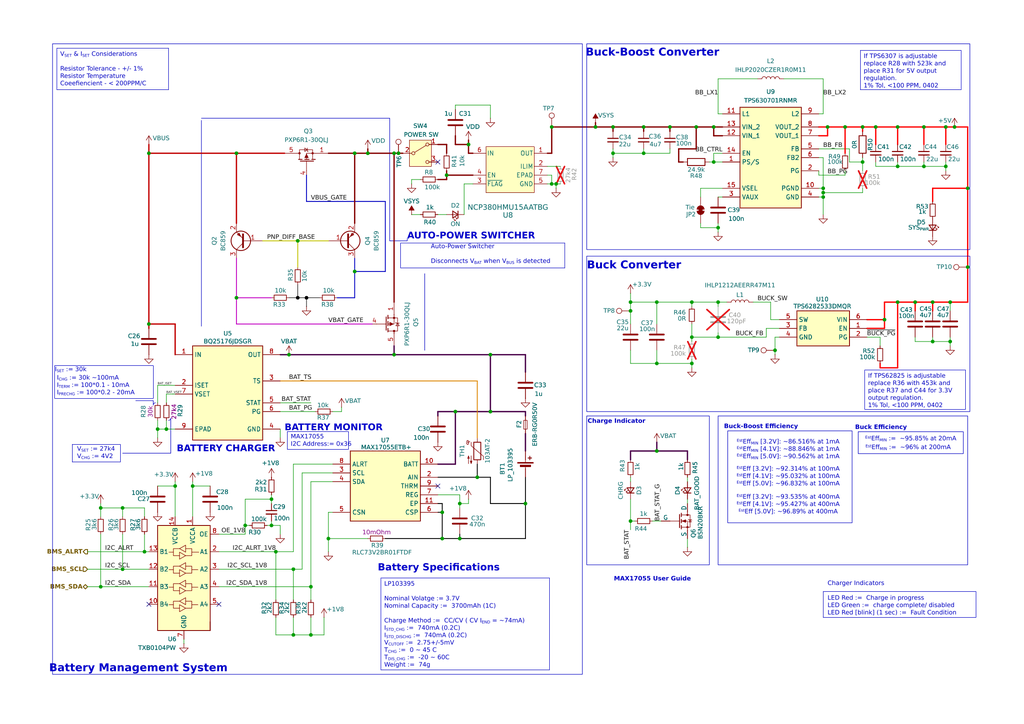
<source format=kicad_sch>
(kicad_sch (version 20231120) (generator "eeschema") (generator_version "8.0")
  (paper "A4")
  (title_block (title "Power Supply and BMS") (date "2024-11-20") (rev "A") (company "Yolk workshop"))
  (junction (at 267.97 48.26))
  (junction (at 238.76 54.61))
  (junction (at 68.58 86.36))
  (junction (at 106.68 44.45))
  (junction (at 224.79 101.6))
  (junction (at 29.21 170.18))
  (junction (at 133.35 156.21))
  (junction (at 260.35 48.26))
  (junction (at 133.35 146.05))
  (junction (at 250.19 46.99))
  (junction (at 41.91 160.02))
  (junction (at 43.18 93.98))
  (junction (at 177.8 36.83))
  (junction (at 177.8 44.45))
  (junction (at 274.32 36.83))
  (junction (at 190.5 87.63))
  (junction (at 68.58 44.45))
  (junction (at 78.74 152.4))
  (junction (at 270.51 99.06))
  (junction (at 194.31 36.83))
  (junction (at 161.29 53.34))
  (junction (at 160.02 36.83))
  (junction (at 88.9 86.36) (color 0 0 0 1))
  (junction (at 50.8 140.97))
  (junction (at 172.72 36.83))
  (junction (at 29.21 147.32))
  (junction (at 132.08 119.38))
  (junction (at 254 36.83))
  (junction (at 207.01 36.83))
  (junction (at 152.4 146.05))
  (junction (at 270.51 87.63))
  (junction (at 280.67 77.47))
  (junction (at 135.89 41.91))
  (junction (at 160.02 53.34))
  (junction (at 201.93 36.83))
  (junction (at 186.69 36.83))
  (junction (at 250.19 36.83))
  (junction (at 200.66 105.41))
  (junction (at 200.66 87.63))
  (junction (at 260.35 36.83))
  (junction (at 208.28 66.04))
  (junction (at 83.82 102.87))
  (junction (at 128.27 148.59))
  (junction (at 138.43 138.43))
  (junction (at 182.88 151.13))
  (junction (at 276.86 36.83))
  (junction (at 142.24 102.87))
  (junction (at 275.59 87.63))
  (junction (at 129.54 50.8))
  (junction (at 238.76 57.15))
  (junction (at 102.87 44.45))
  (junction (at 275.59 99.06))
  (junction (at 45.72 124.46))
  (junction (at 200.66 97.79))
  (junction (at 267.97 36.83))
  (junction (at 85.09 165.1))
  (junction (at 274.32 48.26))
  (junction (at 142.24 119.38))
  (junction (at 35.56 165.1))
  (junction (at 208.28 87.63))
  (junction (at 186.69 44.45))
  (junction (at 182.88 87.63))
  (junction (at 115.57 44.45))
  (junction (at 43.18 44.45))
  (junction (at 240.03 36.83))
  (junction (at 245.11 36.83))
  (junction (at 256.54 92.71))
  (junction (at 114.3 102.87))
  (junction (at 260.35 87.63))
  (junction (at 207.01 46.99))
  (junction (at 95.25 156.21))
  (junction (at 102.87 78.74))
  (junction (at 90.17 184.15))
  (junction (at 128.27 156.21))
  (junction (at 238.76 55.88))
  (junction (at 35.56 147.32))
  (junction (at 114.3 44.45))
  (junction (at 208.28 97.79))
  (junction (at 80.01 160.02))
  (junction (at 55.88 140.97))
  (junction (at 71.12 152.4))
  (junction (at 182.88 90.17))
  (junction (at 85.09 184.15))
  (junction (at 48.26 124.46))
  (junction (at 90.17 170.18))
  (junction (at 190.5 105.41))
  (junction (at 86.36 86.36) (color 0 0 0 1))
  (junction (at 190.5 130.81))
  (junction (at 280.67 54.61))
  (junction (at 265.43 87.63))
  (junction (at 78.74 144.78))
  (junction (at 86.36 69.85))
  (no_connect (at 127 140.97))
  (no_connect (at 43.18 175.26))
  (no_connect (at 63.5 175.26))
  (no_connect (at 127 46.99))
  (wire (pts (xy 200.66 105.41) (xy 200.66 104.14)))
  (wire (pts (xy 142.24 30.48) (xy 142.24 34.29)))
  (wire (pts (xy 172.72 35.56) (xy 172.72 36.83)) (stroke (width 0.381) (color 132 0 0 1)))
  (wire (pts (xy 240.03 36.83) (xy 240.03 39.37)) (stroke (width 0.381) (color 255 0 0 1)))
  (wire (pts (xy 87.63 165.1) (xy 85.09 165.1)))
  (wire (pts (xy 90.17 139.7) (xy 90.17 170.18)))
  (wire (pts (xy 240.03 36.83) (xy 245.11 36.83)) (stroke (width 0.381) (color 255 0 0 1)))
  (wire (pts (xy 280.67 54.61) (xy 280.67 36.83)) (stroke (width 0.381) (color 255 0 0 1)))
  (wire (pts (xy 127 119.38) (xy 132.08 119.38)) (stroke (width 0.381) (color 72 0 72 1)))
  (wire (pts (xy 200.66 87.63) (xy 200.66 88.9)))
  (wire (pts (xy 219.71 22.86) (xy 208.28 22.86)))
  (wire (pts (xy 270.51 99.06) (xy 270.51 97.79)))
  (wire (pts (xy 41.91 149.86) (xy 41.91 147.32)))
  (wire (pts (xy 111.76 78.74) (xy 102.87 78.74)) (stroke (width 0.254) (color 0 0 194 1)))
  (wire (pts (xy 80.01 160.02) (xy 80.01 173.99)))
  (wire (pts (xy 128.27 156.21) (xy 133.35 156.21)) (stroke (width 0.254) (color 0 0 0 1)))
  (wire (pts (xy 78.74 143.51) (xy 78.74 144.78)))
  (wire (pts (xy 189.23 151.13) (xy 191.77 151.13)))
  (wire (pts (xy 95.25 44.45) (xy 102.87 44.45)) (stroke (width 0.381) (color 132 0 0 1)))
  (wire (pts (xy 238.76 33.02) (xy 237.49 33.02)))
  (wire (pts (xy 270.51 54.61) (xy 280.67 54.61)) (stroke (width 0.381) (color 255 0 0 1)))
  (wire (pts (xy 41.91 154.94) (xy 41.91 160.02)))
  (wire (pts (xy 190.5 130.81) (xy 199.39 130.81)) (stroke (width 0.381) (color 72 0 72 1)))
  (wire (pts (xy 142.24 119.38) (xy 152.4 119.38)) (stroke (width 0.381) (color 72 0 72 1)))
  (wire (pts (xy 99.06 119.38) (xy 99.06 118.11)))
  (wire (pts (xy 190.5 128.27) (xy 190.5 130.81)) (stroke (width 0.381) (color 72 0 72 1)))
  (wire (pts (xy 29.21 147.32) (xy 29.21 149.86)))
  (wire (pts (xy 45.72 127) (xy 45.72 124.46)))
  (wire (pts (xy 182.88 101.6) (xy 182.88 105.41)))
  (polyline (pts (xy 44.45 116.205) (xy 44.45 117.475)))
  (wire (pts (xy 208.28 97.79) (xy 222.25 97.79)))
  (wire (pts (xy 90.17 179.07) (xy 90.17 184.15)))
  (wire (pts (xy 207.01 44.45) (xy 207.01 46.99)))
  (wire (pts (xy 71.12 144.78) (xy 78.74 144.78)))
  (wire (pts (xy 267.97 48.26) (xy 267.97 46.99)))
  (wire (pts (xy 274.32 48.26) (xy 274.32 49.53)))
  (wire (pts (xy 63.5 160.02) (xy 80.01 160.02)))
  (wire (pts (xy 265.43 99.06) (xy 270.51 99.06)))
  (wire (pts (xy 250.19 54.61) (xy 250.19 55.88)))
  (wire (pts (xy 260.35 36.83) (xy 267.97 36.83)) (stroke (width 0.381) (color 255 0 0 1)))
  (wire (pts (xy 90.17 184.15) (xy 85.09 184.15)))
  (wire (pts (xy 160.02 44.45) (xy 160.02 36.83)) (stroke (width 0.381) (color 132 0 0 1)))
  (wire (pts (xy 203.2 54.61) (xy 209.55 54.61)))
  (wire (pts (xy 111.76 58.42) (xy 111.76 78.74)) (stroke (width 0.254) (color 0 0 194 1)))
  (wire (pts (xy 45.72 116.84) (xy 45.72 111.76)))
  (wire (pts (xy 128.27 156.21) (xy 128.27 148.59)) (stroke (width 0.254) (color 0 0 0 1)))
  (wire (pts (xy 127 62.23) (xy 129.54 62.23)))
  (wire (pts (xy 55.88 149.86) (xy 55.88 140.97)))
  (wire (pts (xy 68.58 44.45) (xy 68.58 64.77)) (stroke (width 0.381) (color 194 0 0 1)))
  (wire (pts (xy 275.59 97.79) (xy 275.59 99.06)))
  (wire (pts (xy 256.54 95.25) (xy 251.46 95.25)) (stroke (width 0.381) (color 255 0 0 1)))
  (wire (pts (xy 80.01 179.07) (xy 80.01 184.15)))
  (wire (pts (xy 45.72 111.76) (xy 50.8 111.76)))
  (wire (pts (xy 200.66 87.63) (xy 208.28 87.63)))
  (wire (pts (xy 45.72 121.92) (xy 45.72 124.46)))
  (wire (pts (xy 152.4 125.73) (xy 152.4 130.81)) (stroke (width 0.381) (color 72 0 72 1)))
  (wire (pts (xy 63.5 165.1) (xy 85.09 165.1)))
  (wire (pts (xy 275.59 99.06) (xy 270.51 99.06)))
  (wire (pts (xy 96.52 119.38) (xy 99.06 119.38)))
  (wire (pts (xy 250.19 45.72) (xy 250.19 46.99)))
  (wire (pts (xy 190.5 101.6) (xy 190.5 105.41)))
  (wire (pts (xy 207.01 36.83) (xy 209.55 36.83)) (stroke (width 0.381) (color 132 0 0 1)))
  (wire (pts (xy 142.24 146.05) (xy 152.4 146.05)) (stroke (width 0.254) (color 0 0 0 1)))
  (wire (pts (xy 275.59 87.63) (xy 275.59 90.17)))
  (wire (pts (xy 160.02 50.8) (xy 160.02 53.34)))
  (wire (pts (xy 35.56 154.94) (xy 35.56 165.1)))
  (wire (pts (xy 251.46 92.71) (xy 256.54 92.71)) (stroke (width 0.381) (color 255 0 0 1)))
  (wire (pts (xy 29.21 146.05) (xy 29.21 147.32)))
  (wire (pts (xy 85.09 160.02) (xy 85.09 134.62)))
  (wire (pts (xy 245.11 36.83) (xy 245.11 44.45)) (stroke (width 0.381) (color 255 0 0 1)))
  (wire (pts (xy 199.39 133.35) (xy 199.39 130.81)) (stroke (width 0.381) (color 72 0 72 1)))
  (polyline (pts (xy 123.19 79.375) (xy 123.19 101.6)))
  (wire (pts (xy 81.28 152.4) (xy 78.74 152.4)))
  (wire (pts (xy 133.35 154.94) (xy 133.35 156.21)) (stroke (width 0.254) (color 0 0 0 1)))
  (wire (pts (xy 48.26 114.3) (xy 48.26 116.84)))
  (wire (pts (xy 208.28 67.31) (xy 208.28 66.04)))
  (wire (pts (xy 237.49 57.15) (xy 238.76 57.15)))
  (wire (pts (xy 254 36.83) (xy 254 41.91)) (stroke (width 0.381) (color 255 0 0 1)))
  (polyline (pts (xy 49.53 121.285) (xy 49.53 122.555)))
  (wire (pts (xy 200.66 93.98) (xy 200.66 97.79)))
  (wire (pts (xy 274.32 36.83) (xy 274.32 41.91)) (stroke (width 0.381) (color 255 0 0 1)))
  (wire (pts (xy 76.2 69.85) (xy 86.36 69.85)) (stroke (width 0.254) (color 194 194 0 1)))
  (wire (pts (xy 208.28 22.86) (xy 208.28 33.02)))
  (wire (pts (xy 280.67 87.63) (xy 280.67 77.47)) (stroke (width 0.381) (color 255 0 0 1)))
  (wire (pts (xy 127 119.38) (xy 127 120.65)) (stroke (width 0.381) (color 72 0 72 1)))
  (wire (pts (xy 207.01 46.99) (xy 209.55 46.99)))
  (wire (pts (xy 80.01 184.15) (xy 85.09 184.15)))
  (wire (pts (xy 190.5 87.63) (xy 190.5 93.98)))
  (wire (pts (xy 115.57 44.45) (xy 116.84 44.45)) (stroke (width 0.381) (color 132 0 0 1)))
  (wire (pts (xy 119.38 62.23) (xy 121.92 62.23)))
  (wire (pts (xy 132.08 39.37) (xy 132.08 41.91)) (stroke (width 0.381) (color 132 0 0 1)))
  (wire (pts (xy 41.91 147.32) (xy 35.56 147.32)))
  (wire (pts (xy 45.72 124.46) (xy 48.26 124.46)))
  (wire (pts (xy 102.87 44.45) (xy 106.68 44.45)) (stroke (width 0.381) (color 132 0 0 1)))
  (wire (pts (xy 160.02 36.83) (xy 172.72 36.83)) (stroke (width 0.381) (color 132 0 0 1)))
  (wire (pts (xy 203.2 54.61) (xy 203.2 57.15)))
  (wire (pts (xy 87.63 137.16) (xy 87.63 165.1)))
  (wire (pts (xy 238.76 22.86) (xy 238.76 33.02)))
  (wire (pts (xy 223.52 87.63) (xy 223.52 92.71)))
  (wire (pts (xy 88.9 86.36) (xy 92.71 86.36)) (stroke (width 0) (color 0 0 0 1)))
  (wire (pts (xy 246.38 43.18) (xy 246.38 46.99)))
  (wire (pts (xy 119.38 52.07) (xy 121.92 52.07)))
  (wire (pts (xy 177.8 36.83) (xy 186.69 36.83)) (stroke (width 0.381) (color 132 0 0 1)))
  (wire (pts (xy 93.98 184.15) (xy 90.17 184.15)))
  (wire (pts (xy 95.25 156.21) (xy 106.68 156.21)))
  (wire (pts (xy 63.5 154.94) (xy 71.12 154.94)))
  (wire (pts (xy 158.75 44.45) (xy 160.02 44.45)) (stroke (width 0.381) (color 132 0 0 1)))
  (wire (pts (xy 190.5 105.41) (xy 200.66 105.41)))
  (wire (pts (xy 222.25 95.25) (xy 222.25 97.79)))
  (polyline (pts (xy 58.42 34.925) (xy 58.42 94.615)))
  (wire (pts (xy 207.01 44.45) (xy 209.55 44.45)))
  (wire (pts (xy 238.76 62.23) (xy 238.76 57.15)))
  (wire (pts (xy 85.09 165.1) (xy 85.09 173.99)))
  (wire (pts (xy 237.49 50.8) (xy 237.49 49.53)))
  (wire (pts (xy 162.56 48.26) (xy 158.75 48.26)))
  (wire (pts (xy 182.88 130.81) (xy 182.88 133.35)) (stroke (width 0.381) (color 72 0 72 1)))
  (wire (pts (xy 200.66 105.41) (xy 200.66 106.68)))
  (wire (pts (xy 205.74 46.99) (xy 207.01 46.99)))
  (wire (pts (xy 200.66 97.79) (xy 208.28 97.79)))
  (wire (pts (xy 133.35 143.51) (xy 133.35 146.05)))
  (wire (pts (xy 255.27 105.41) (xy 255.27 106.68)) (stroke (width 0.381) (color 255 0 0 1)))
  (wire (pts (xy 95.25 160.02) (xy 95.25 156.21)))
  (wire (pts (xy 129.54 41.91) (xy 127 41.91)) (stroke (width 0.381) (color 132 0 0 1)))
  (wire (pts (xy 260.35 36.83) (xy 260.35 41.91)) (stroke (width 0.381) (color 255 0 0 1)))
  (wire (pts (xy 96.52 139.7) (xy 90.17 139.7)))
  (wire (pts (xy 48.26 124.46) (xy 50.8 124.46)))
  (wire (pts (xy 254 36.83) (xy 260.35 36.83)) (stroke (width 0.381) (color 255 0 0 1)))
  (wire (pts (xy 96.52 137.16) (xy 87.63 137.16)))
  (wire (pts (xy 129.54 50.8) (xy 137.16 50.8)) (stroke (width 0.381) (color 132 0 0 1)))
  (wire (pts (xy 267.97 36.83) (xy 274.32 36.83)) (stroke (width 0.381) (color 255 0 0 1)))
  (wire (pts (xy 152.4 102.87) (xy 152.4 107.95)) (stroke (width 0.381) (color 72 0 72 1)))
  (wire (pts (xy 196.85 43.18) (xy 196.85 46.99)) (stroke (width 0.381) (color 132 0 0 1)))
  (wire (pts (xy 85.09 184.15) (xy 85.09 179.07)))
  (wire (pts (xy 218.44 87.63) (xy 223.52 87.63)))
  (wire (pts (xy 208.28 64.77) (xy 208.28 66.04)))
  (wire (pts (xy 267.97 48.26) (xy 274.32 48.26)))
  (wire (pts (xy 182.88 130.81) (xy 190.5 130.81)) (stroke (width 0.381) (color 72 0 72 1)))
  (wire (pts (xy 83.82 86.36) (xy 86.36 86.36)) (stroke (width 0) (color 0 0 0 1)))
  (polyline (pts (xy 113.03 34.29) (xy 58.42 34.29)))
  (wire (pts (xy 78.74 151.13) (xy 78.74 152.4)))
  (wire (pts (xy 50.8 114.3) (xy 48.26 114.3)))
  (wire (pts (xy 186.69 44.45) (xy 186.69 43.18)))
  (wire (pts (xy 270.51 87.63) (xy 275.59 87.63)) (stroke (width 0.381) (color 255 0 0 1)))
  (wire (pts (xy 50.8 139.7) (xy 50.8 140.97)))
  (wire (pts (xy 80.01 160.02) (xy 85.09 160.02)))
  (wire (pts (xy 43.18 41.91) (xy 43.18 44.45)) (stroke (width 0.381) (color 194 0 0 1)))
  (wire (pts (xy 208.28 88.9) (xy 208.28 87.63)))
  (wire (pts (xy 50.8 149.86) (xy 50.8 140.97)))
  (wire (pts (xy 196.85 46.99) (xy 198.12 46.99)) (stroke (width 0.381) (color 132 0 0 1)))
  (wire (pts (xy 194.31 36.83) (xy 201.93 36.83)) (stroke (width 0.381) (color 132 0 0 1)))
  (wire (pts (xy 133.35 146.05) (xy 135.89 146.05)))
  (wire (pts (xy 129.54 52.07) (xy 127 52.07)) (stroke (width 0.381) (color 132 0 0 1)))
  (wire (pts (xy 85.09 134.62) (xy 96.52 134.62)))
  (wire (pts (xy 238.76 55.88) (xy 238.76 54.61)))
  (wire (pts (xy 240.03 36.83) (xy 237.49 36.83)) (stroke (width 0.381) (color 255 0 0 1)))
  (wire (pts (xy 270.51 54.61) (xy 270.51 58.42)) (stroke (width 0.381) (color 255 0 0 1)))
  (wire (pts (xy 177.8 36.83) (xy 177.8 38.1)) (stroke (width 0.381) (color 132 0 0 1)))
  (wire (pts (xy 35.56 147.32) (xy 35.56 149.86)))
  (wire (pts (xy 177.8 44.45) (xy 177.8 45.72)))
  (wire (pts (xy 132.08 30.48) (xy 132.08 31.75)))
  (wire (pts (xy 207.01 36.83) (xy 207.01 39.37)) (stroke (width 0.381) (color 132 0 0 1)))
  (wire (pts (xy 172.72 36.83) (xy 177.8 36.83)) (stroke (width 0.381) (color 132 0 0 1)))
  (wire (pts (xy 43.18 44.45) (xy 68.58 44.45)) (stroke (width 0.381) (color 194 0 0 1)))
  (wire (pts (xy 182.88 105.41) (xy 190.5 105.41)))
  (wire (pts (xy 106.68 43.18) (xy 106.68 44.45)) (stroke (width 0.381) (color 132 0 0 1)))
  (wire (pts (xy 207.01 39.37) (xy 209.55 39.37)) (stroke (width 0.381) (color 132 0 0 1)))
  (wire (pts (xy 114.3 44.45) (xy 114.3 87.63)) (stroke (width 0.381) (color 132 0 0 1)))
  (wire (pts (xy 237.49 43.18) (xy 246.38 43.18)))
  (polyline (pts (xy 35.56 131.445) (xy 49.53 131.445)))
  (wire (pts (xy 152.4 138.43) (xy 152.4 146.05)) (stroke (width 0.254) (color 0 0 0 1)))
  (wire (pts (xy 256.54 92.71) (xy 256.54 95.25)) (stroke (width 0.381) (color 255 0 0 1)))
  (wire (pts (xy 208.28 57.15) (xy 209.55 57.15)))
  (wire (pts (xy 251.46 97.79) (xy 255.27 97.79)))
  (wire (pts (xy 93.98 179.07) (xy 93.98 184.15)))
  (wire (pts (xy 138.43 138.43) (xy 142.24 138.43)) (stroke (width 0.254) (color 0 0 0 1)))
  (wire (pts (xy 77.47 152.4) (xy 78.74 152.4)))
  (wire (pts (xy 142.24 102.87) (xy 142.24 119.38)) (stroke (width 0.381) (color 72 0 72 1)))
  (wire (pts (xy 68.58 74.93) (xy 68.58 86.36)) (stroke (width 0.254) (color 194 0 194 1)))
  (wire (pts (xy 208.28 96.52) (xy 208.28 97.79)))
  (wire (pts (xy 238.76 45.72) (xy 238.76 54.61)))
  (polyline (pts (xy 118.11 69.215) (xy 118.11 69.85)))
  (wire (pts (xy 254 46.99) (xy 254 48.26)))
  (wire (pts (xy 128.27 148.59) (xy 128.27 146.05)) (stroke (width 0.254) (color 0 0 0 1)))
  (wire (pts (xy 224.79 97.79) (xy 226.06 97.79)))
  (wire (pts (xy 161.29 54.61) (xy 161.29 53.34)))
  (wire (pts (xy 201.93 36.83) (xy 201.93 43.18)) (stroke (width 0.381) (color 132 0 0 1)))
  (wire (pts (xy 267.97 36.83) (xy 267.97 41.91)) (stroke (width 0.381) (color 255 0 0 1)))
  (wire (pts (xy 152.4 146.05) (xy 152.4 156.21)) (stroke (width 0.254) (color 0 0 0 1)))
  (wire (pts (xy 43.18 93.98) (xy 50.8 93.98)) (stroke (width 0.381) (color 194 0 0 1)))
  (wire (pts (xy 138.43 110.49) (xy 138.43 127)) (stroke (width 0.254) (color 221 133 0 1)))
  (wire (pts (xy 186.69 36.83) (xy 186.69 38.1)) (stroke (width 0.381) (color 132 0 0 1)))
  (wire (pts (xy 71.12 144.78) (xy 71.12 152.4)))
  (wire (pts (xy 83.82 102.87) (xy 114.3 102.87)) (stroke (width 0.381) (color 72 0 72 1)))
  (wire (pts (xy 162.56 53.34) (xy 161.29 53.34)))
  (wire (pts (xy 238.76 55.88) (xy 250.19 55.88)))
  (wire (pts (xy 128.27 146.05) (xy 127 146.05)) (stroke (width 0.254) (color 0 0 0 1)))
  (wire (pts (xy 132.08 41.91) (xy 135.89 41.91)) (stroke (width 0.381) (color 132 0 0 1)))
  (wire (pts (xy 182.88 87.63) (xy 182.88 90.17)))
  (wire (pts (xy 134.62 62.23) (xy 134.62 53.34)))
  (wire (pts (xy 129.54 50.8) (xy 129.54 52.07)) (stroke (width 0.381) (color 132 0 0 1)))
  (wire (pts (xy 246.38 46.99) (xy 250.19 46.99)))
  (wire (pts (xy 102.87 78.74) (xy 102.87 74.93)) (stroke (width 0.254) (color 0 0 194 1)))
  (wire (pts (xy 55.88 139.7) (xy 55.88 140.97)))
  (wire (pts (xy 68.58 93.98) (xy 107.95 93.98)) (stroke (width 0.254) (color 194 0 194 1)))
  (wire (pts (xy 119.38 53.34) (xy 119.38 52.07)))
  (wire (pts (xy 160.02 53.34) (xy 158.75 53.34)))
  (wire (pts (xy 127 148.59) (xy 128.27 148.59)) (stroke (width 0.254) (color 0 0 0 1)))
  (wire (pts (xy 280.67 77.47) (xy 280.67 54.61)) (stroke (width 0.381) (color 255 0 0 1)))
  (wire (pts (xy 95.25 156.21) (xy 95.25 148.59)))
  (polyline (pts (xy 113.03 69.85) (xy 118.11 69.85)))
  (wire (pts (xy 68.58 44.45) (xy 82.55 44.45)) (stroke (width 0.381) (color 194 0 0 1)))
  (wire (pts (xy 53.34 185.42) (xy 53.34 186.69)))
  (wire (pts (xy 43.18 44.45) (xy 43.18 93.98)) (stroke (width 0.381) (color 194 0 0 1)))
  (wire (pts (xy 275.59 87.63) (xy 280.67 87.63)) (stroke (width 0.381) (color 255 0 0 1)))
  (wire (pts (xy 275.59 99.06) (xy 275.59 100.33)))
  (wire (pts (xy 45.72 140.97) (xy 50.8 140.97)))
  (wire (pts (xy 260.35 48.26) (xy 267.97 48.26)))
  (wire (pts (xy 260.35 106.68) (xy 255.27 106.68)) (stroke (width 0.381) (color 255 0 0 1)))
  (wire (pts (xy 256.54 87.63) (xy 260.35 87.63)) (stroke (width 0.381) (color 255 0 0 1)))
  (wire (pts (xy 72.39 152.4) (xy 71.12 152.4)))
  (wire (pts (xy 250.19 36.83) (xy 250.19 38.1)) (stroke (width 0.381) (color 255 0 0 1)))
  (wire (pts (xy 265.43 99.06) (xy 265.43 97.79)))
  (wire (pts (xy 90.17 116.84) (xy 81.28 116.84)))
  (wire (pts (xy 95.25 148.59) (xy 96.52 148.59)))
  (wire (pts (xy 182.88 153.67) (xy 182.88 151.13)))
  (wire (pts (xy 78.74 144.78) (xy 78.74 146.05)))
  (wire (pts (xy 203.2 64.77) (xy 203.2 66.04)))
  (wire (pts (xy 68.58 86.36) (xy 68.58 93.98)) (stroke (width 0.254) (color 194 0 194 1)))
  (wire (pts (xy 88.9 50.8) (xy 88.9 58.42)) (stroke (width 0.254) (color 0 0 194 1)))
  (wire (pts (xy 25.4 165.1) (xy 35.56 165.1)))
  (wire (pts (xy 81.28 154.94) (xy 81.28 152.4)))
  (wire (pts (xy 237.49 50.8) (xy 245.11 50.8)))
  (wire (pts (xy 29.21 147.32) (xy 35.56 147.32)))
  (wire (pts (xy 135.89 44.45) (xy 137.16 44.45)) (stroke (width 0.381) (color 132 0 0 1)))
  (wire (pts (xy 223.52 92.71) (xy 226.06 92.71)))
  (wire (pts (xy 97.79 86.36) (xy 102.87 86.36)) (stroke (width 0.254) (color 0 0 194 1)))
  (wire (pts (xy 182.88 87.63) (xy 190.5 87.63)))
  (wire (pts (xy 203.2 66.04) (xy 208.28 66.04)))
  (wire (pts (xy 133.35 146.05) (xy 133.35 147.32)))
  (wire (pts (xy 114.3 100.33) (xy 114.3 102.87)) (stroke (width 0.381) (color 72 0 72 1)))
  (wire (pts (xy 238.76 57.15) (xy 238.76 55.88)))
  (wire (pts (xy 224.79 102.87) (xy 224.79 101.6)))
  (wire (pts (xy 238.76 54.61) (xy 237.49 54.61)))
  (wire (pts (xy 138.43 138.43) (xy 138.43 134.62)) (stroke (width 0.254) (color 0 0 0 1)))
  (wire (pts (xy 152.4 119.38) (xy 152.4 120.65)) (stroke (width 0.381) (color 72 0 72 1)))
  (wire (pts (xy 81.28 110.49) (xy 138.43 110.49)) (stroke (width 0.254) (color 221 133 0 1)))
  (wire (pts (xy 35.56 165.1) (xy 43.18 165.1)))
  (wire (pts (xy 106.68 44.45) (xy 114.3 44.45)) (stroke (width 0.381) (color 132 0 0 1)))
  (wire (pts (xy 227.33 22.86) (xy 238.76 22.86)))
  (wire (pts (xy 86.36 69.85) (xy 95.25 69.85)) (stroke (width 0.254) (color 194 194 0 1)))
  (wire (pts (xy 86.36 69.85) (xy 86.36 77.47)) (stroke (width 0.254) (color 194 194 0 1)))
  (wire (pts (xy 142.24 102.87) (xy 152.4 102.87)) (stroke (width 0.381) (color 72 0 72 1)))
  (wire (pts (xy 200.66 99.06) (xy 200.66 97.79)))
  (wire (pts (xy 201.93 43.18) (xy 196.85 43.18)) (stroke (width 0.381) (color 132 0 0 1)))
  (wire (pts (xy 129.54 49.53) (xy 129.54 50.8)) (stroke (width 0.381) (color 132 0 0 1)))
  (wire (pts (xy 142.24 30.48) (xy 132.08 30.48)))
  (wire (pts (xy 127 138.43) (xy 138.43 138.43)) (stroke (width 0.254) (color 0 0 0 1)))
  (wire (pts (xy 48.26 121.92) (xy 48.26 124.46)))
  (wire (pts (xy 245.11 50.8) (xy 245.11 49.53)))
  (wire (pts (xy 81.28 127) (xy 81.28 124.46)))
  (wire (pts (xy 88.9 58.42) (xy 111.76 58.42)) (stroke (width 0.254) (color 0 0 194 1)))
  (wire (pts (xy 182.88 144.78) (xy 182.88 151.13)))
  (wire (pts (xy 132.08 134.62) (xy 127 134.62)) (stroke (width 0.381) (color 72 0 72 1)))
  (wire (pts (xy 240.03 39.37) (xy 237.49 39.37)) (stroke (width 0.381) (color 255 0 0 1)))
  (wire (pts (xy 81.28 102.87) (xy 83.82 102.87)) (stroke (width 0.381) (color 72 0 72 1)))
  (wire (pts (xy 71.12 152.4) (xy 71.12 154.94)))
  (wire (pts (xy 186.69 36.83) (xy 194.31 36.83)) (stroke (width 0.381) (color 132 0 0 1)))
  (wire (pts (xy 135.89 146.05) (xy 135.89 144.78)))
  (wire (pts (xy 270.51 87.63) (xy 270.51 90.17)) (stroke (width 0.381) (color 255 0 0 1)))
  (wire (pts (xy 199.39 138.43) (xy 199.39 139.7)))
  (wire (pts (xy 265.43 87.63) (xy 265.43 90.17)) (stroke (width 0.381) (color 255 0 0 1)))
  (wire (pts (xy 250.19 36.83) (xy 254 36.83)) (stroke (width 0.381) (color 255 0 0 1)))
  (wire (pts (xy 102.87 44.45) (xy 102.87 64.77)) (stroke (width 0.381) (color 132 0 0 1)))
  (wire (pts (xy 182.88 85.09) (xy 182.88 87.63)))
  (wire (pts (xy 177.8 44.45) (xy 186.69 44.45)))
  (wire (pts (xy 135.89 40.64) (xy 135.89 41.91)) (stroke (width 0.381) (color 132 0 0 1)))
  (polyline (pts (xy 49.53 122.555) (xy 49.53 131.445)))
  (wire (pts (xy 274.32 46.99) (xy 274.32 48.26)))
  (wire (pts (xy 133.35 156.21) (xy 152.4 156.21)) (stroke (width 0.254) (color 0 0 0 1)))
  (wire (pts (xy 41.91 160.02) (xy 43.18 160.02)))
  (wire (pts (xy 111.76 156.21) (xy 128.27 156.21)) (stroke (width 0.254) (color 0 0 0 1)))
  (wire (pts (xy 260.35 87.63) (xy 265.43 87.63)) (stroke (width 0.381) (color 255 0 0 1)))
  (wire (pts (xy 68.58 86.36) (xy 78.74 86.36)) (stroke (width 0.254) (color 194 0 194 1)))
  (wire (pts (xy 194.31 44.45) (xy 194.31 43.18)))
  (wire (pts (xy 132.08 119.38) (xy 142.24 119.38)) (stroke (width 0.381) (color 72 0 72 1)))
  (wire (pts (xy 43.18 93.98) (xy 43.18 95.25)) (stroke (width 0.381) (color 194 0 0 1)))
  (wire (pts (xy 199.39 146.05) (xy 199.39 144.78)))
  (wire (pts (xy 63.5 170.18) (xy 90.17 170.18)))
  (wire (pts (xy 237.49 45.72) (xy 238.76 45.72)))
  (wire (pts (xy 81.28 119.38) (xy 91.44 119.38)))
  (wire (pts (xy 29.21 154.94) (xy 29.21 170.18)))
  (wire (pts (xy 182.88 151.13) (xy 184.15 151.13)))
  (wire (pts (xy 226.06 95.25) (xy 222.25 95.25)))
  (wire (pts (xy 224.79 97.79) (xy 224.79 101.6)))
  (wire (pts (xy 127 143.51) (xy 133.35 143.51)))
  (wire (pts (xy 142.24 102.87) (xy 114.3 102.87)) (stroke (width 0.381) (color 72 0 72 1)))
  (wire (pts (xy 260.35 48.26) (xy 260.35 46.99)))
  (wire (pts (xy 132.08 119.38) (xy 132.08 134.62)) (stroke (width 0.381) (color 72 0 72 1)))
  (wire (pts (xy 255.27 97.79) (xy 255.27 100.33)))
  (polyline (pts (xy 113.03 34.29) (xy 113.03 69.85)))
  (wire (pts (xy 208.28 33.02) (xy 209.55 33.02)))
  (wire (pts (xy 256.54 87.63) (xy 256.54 92.71)) (stroke (width 0.381) (color 255 0 0 1)))
  (wire (pts (xy 245.11 36.83) (xy 250.19 36.83)) (stroke (width 0.381) (color 255 0 0 1)))
  (wire (pts (xy 102.87 86.36) (xy 102.87 78.74)) (stroke (width 0.254) (color 0 0 194 1)))
  (wire (pts (xy 280.67 36.83) (xy 276.86 36.83)) (stroke (width 0.381) (color 255 0 0 1)))
  (wire (pts (xy 25.4 160.02) (xy 41.91 160.02)))
  (polyline (pts (xy 39.37 116.205) (xy 44.45 116.205)))
  (wire (pts (xy 86.36 82.55) (xy 86.36 86.36)) (stroke (width 0) (color 0 0 0 1)))
  (wire (pts (xy 90.17 170.18) (xy 90.17 173.99)))
  (wire (pts (xy 129.54 44.45) (xy 129.54 41.91)) (stroke (width 0.381) (color 132 0 0 1)))
  (wire (pts (xy 265.43 87.63) (xy 270.51 87.63)) (stroke (width 0.381) (color 255 0 0 1)))
  (wire (pts (xy 182.88 138.43) (xy 182.88 139.7)))
  (wire (pts (xy 142.24 146.05) (xy 142.24 138.43)) (stroke (width 0.254) (color 0 0 0 1)))
  (wire (pts (xy 182.88 90.17) (xy 182.88 93.98)))
  (wire (pts (xy 114.3 44.45) (xy 115.57 44.45)) (stroke (width 0.381) (color 132 0 0 1)))
  (wire (pts (xy 186.69 44.45) (xy 194.31 44.45)))
  (wire (pts (xy 199.39 156.21) (xy 199.39 158.75)))
  (wire (pts (xy 208.28 87.63) (xy 210.82 87.63)))
  (wire (pts (xy 260.35 87.63) (xy 260.35 106.68)) (stroke (width 0.381) (color 255 0 0 1)))
  (wire (pts (xy 177.8 43.18) (xy 177.8 44.45)))
  (wire (pts (xy 158.75 50.8) (xy 160.02 50.8)))
  (wire (pts (xy 161.29 53.34) (xy 160.02 53.34)))
  (wire (pts (xy 88.9 88.9) (xy 88.9 86.36)) (stroke (width 0) (color 0 0 0 1)))
  (wire (pts (xy 134.62 53.34) (xy 137.16 53.34)))
  (wire (pts (xy 194.31 36.83) (xy 194.31 38.1)) (stroke (width 0.381) (color 132 0 0 1)))
  (wire (pts (xy 25.4 170.18) (xy 29.21 170.18)))
  (wire (pts (xy 254 48.26) (xy 260.35 48.26)))
  (wire (pts (xy 86.36 86.36) (xy 88.9 86.36)) (stroke (width 0) (color 0 0 0 1)))
  (wire (pts (xy 201.93 36.83) (xy 207.01 36.83)) (stroke (width 0.381) (color 132 0 0 1)))
  (wire (pts (xy 135.89 44.45) (xy 135.89 41.91)) (stroke (width 0.381) (color 132 0 0 1)))
  (wire (pts (xy 250.19 46.99) (xy 250.19 49.53)))
  (wire (pts (xy 190.5 87.63) (xy 200.66 87.63)))
  (wire (pts (xy 29.21 170.18) (xy 43.18 170.18)))
  (wire (pts (xy 55.88 140.97) (xy 60.96 140.97)))
  (wire (pts (xy 50.8 93.98) (xy 50.8 102.87)) (stroke (width 0.381) (color 194 0 0 1)))
  (wire (pts (xy 274.32 36.83) (xy 276.86 36.83)) (stroke (width 0.381) (color 255 0 0 1)))
  (arc (start 44.45 117.475) (mid 44.6374 117.0274) (end 45.085 116.84))
  (rectangle (start 116.205 70.485) (end 163.83 77.724) (fill (type color) (color 255 255 255 1)))
  (rectangle (start 238.76 171.577) (end 283.083 179.07) (fill (type color) (color 255 255 255 1)))
  (rectangle (start 15.24 12.7) (end 168.91 195.58))
  (rectangle (start 208.28 120.65) (end 280.67 163.83))
  (rectangle (start 170.18 120.65) (end 205.74 163.83))
  (arc (start 49.53 121.285) (mid 49.3426 121.7326) (end 48.895 121.92))
  (rectangle (start 170.18 74.295) (end 281.305 119.38))
  (rectangle (start 83.312 125.222) (end 101.092 130.302) (fill (type color) (color 255 255 255 1)))
  (rectangle (start 20.955 128.905) (end 34.925 133.985) (fill (type color) (color 255 255 255 1)))
  (rectangle (start 15.875 106.045) (end 44.45 115.57) (fill (type color) (color 255 255 255 1)))
  (rectangle (start 211.074 124.968) (end 247.142 151.638))
  (rectangle (start 248.92 125.222) (end 279.4 131.572))
  (rectangle (start 170.18 12.7) (end 281.305 72.39))
  (text_box "V_{SET} & I_{SET} Considerations\n\nResistor Tolerance - +/- 1%\nResistor Temperature Coeefiencient - < 200PPM/C" (at 16.51 13.97 0) (size 32.385 12.065) (fill (type color) (color 255 255 255 1)) (effects (font (size 1.27 1.27)) (justify left top)))
  (text_box "If TPS6307 is adjustable replace R28 with 523k and place R31 for 5V output regulation.\n1% Tol, <100 PPM, 0402" (at 249.555 14.605 0) (size 29.21 11.43) (fill (type color) (color 255 255 255 1)) (effects (font (size 1.27 1.27)) (justify left top)))
  (text_box "If TPS62825 is adjustable replace R36 with 453k and place R37 and C44 for 3.3V output regulation.\n1% Tol, <100 PPM, 0402" (at 250.825 107.315 0) (size 29.21 11.43) (fill (type color) (color 255 255 255 1)) (effects (font (size 1.27 1.27)) (justify left top)))
  (text_box "LP103395\n\nNominal Volatge := 3.7V\nNominal Capacity :=  3700mAh (1C)\n\nCharge Method :=  CC/CV ( CV I_{END} = ~74mA)\nI_{STD_CHG} :=  740mA (0.2C)\nI_{STD_DISCHG} :=  740mA (0.2C)\nV_{CUTOFF} :=  2.75+/-5mV\nT_{CHG} :=  0 ~ 45 C\nT_{DIS_CHG} :=  -20 ~ 60C\nWeight :=  74g\n" (at 110.49 167.64 0) (size 48.895 26.67) (fill (type color) (color 255 255 255 1)) (effects (font (size 1.27 1.27)) (justify left top)))
  (text "^{Est}Eff_{MIN} :=  ~95.85% at 20mA" (at 264.16 127.762 0) (effects (font (size 1.27 1.27))))
  (text "AUTO-POWER SWITCHER" (at 136.652 69.088 0) (effects (font (size 1.905 1.905) (bold yes))))
  (text "BATTERY MONITOR" (at 96.774 124.714 0) (effects (font (size 1.905 1.905) (thickness 0.381) (bold yes))))
  (text "I_{CHG} := 30k ~100mA\nI_{TERM} := 100*0.1 - 10mA\nI_{PRECHG} := 100*0.2 - 20mA\n" (at 16.51 112.268 0) (effects (font (size 1.27 1.27)) (justify left)))
  (text "I_{SET} := 30k " (at 25.654 107.696 0) (effects (font (size 1.27 1.27)) (justify right)))
  (text "Buck Converter" (at 183.896 77.724 0) (effects (font (size 2.25 2.25) (bold yes))))
  (text "Charge Indicator" (at 178.816 122.682 0) (effects (font (size 1.27 1.27) (bold yes))))
  (text "Battery Specifications" (at 127.254 165.354 0) (effects (font (size 2.032 2.032) (thickness 0.254) (bold yes))))
  (text "^{Est}Eff_{MIN} :=  ~96% at 200mA" (at 263.398 130.302 0) (effects (font (size 1.27 1.27))))
  (text "Buck-Boost Efficiency\n" (at 220.726 124.206 0) (effects (font (size 1.27 1.27) (bold yes))))
  (text "Auto-Power Switcher\n\nDisconnects V_{BAT} when V_{BUS} is detected" (at 124.968 74.168 0) (effects (font (size 1.27 1.27)) (justify left)))
  (text "Battery Management System" (at 40.132 194.564 0) (effects (font (size 2.25 2.25) (thickness 0.381) (bold yes))))
  (text "^{Est}Eff [3.2V]: ~93.535% at 400mA\n^{Est}Eff [4.1V]: ~95.427% at 400mA\n^{Est}Eff [5.0V]: ~96.89% at 400mA" (at 228.6 146.812 0) (effects (font (size 1.27 1.27))))
  (text "Buck-Boost Converter" (at 189.23 16.002 0) (effects (font (size 2.25 2.25) (bold yes))))
  (text "MAX17055 User Guide" (at 189.23 168.402 0) (effects (font (size 1.27 1.27) (thickness 0.254) (bold yes))))
  (text "Buck Efficiency\n" (at 255.524 124.46 0) (effects (font (size 1.27 1.27) (bold yes))))
  (text "MAX17055\nI2C Address:= 0x36" (at 84.328 128.27 0) (effects (font (size 1.27 1.27)) (justify left)))
  (text "Charger Indicators \n\nLED Red :=  Charge in progress\nLED Green :=  charge complete/ disabled\nLED Red [blink] (1 sec) :=  Fault Condition" (at 240.03 173.99 0) (effects (font (size 1.27 1.27)) (justify left)))
  (text "BATTERY CHARGER" (at 65.532 130.81 0) (effects (font (size 1.905 1.905) (thickness 0.381) (bold yes))))
  (text "^{Est}Eff_{MIN} [3.2V]: ~86.516% at 1mA\n^{Est}Eff_{MIN} [4.1V]: ~88.846% at 1mA\n^{Est}Eff_{MIN} [5.0V]: ~90.562% at 1mA" (at 228.6 130.81 0) (effects (font (size 1.27 1.27))))
  (text "^{Est}Eff [3.2V]: ~92.314% at 100mA\n^{Est}Eff [4.1V]: ~95.032% at 100mA\n^{Est}Eff [5.0V]: ~96.832% at 100mA" (at 228.6 138.684 0) (effects (font (size 1.27 1.27))))
  (text "V_{SET} := 27k4\nV_{CHG} := 4V2 " (at 22.352 131.826 0) (effects (font (size 1.27 1.27)) (justify left)))
  (label "BAT_VSET" (at 48.26 114.3 0) (effects (font (size 0.635 0.635))))
  (label "~{BUCK_PG}" (at 251.46 97.79 0))
  (label "BB_PG" (at 240.03 50.8 0))
  (label "BAT_STAT" (at 182.88 153.67 270))
  (label "VBAT_GATE" (at 95.25 93.98 0))
  (label "BB_FB" (at 238.76 43.18 0))
  (label "I2C_SDA_1V8" (at 77.47 170.18 180))
  (label "BAT_PG" (at 83.82 119.38 0))
  (label "OE_1V8" (at 71.12 154.94 180))
  (label "BAT_STAT_G" (at 191.77 151.13 90))
  (label "I2C_ALRT_1V8" (at 80.01 160.02 180))
  (label "BB_CTRL" (at 209.55 44.45 180))
  (label "BUCK_FB" (at 213.36 97.79 0))
  (label "I2C_ALRT" (at 30.48 160.02 0))
  (label "BAT_STAT" (at 90.17 116.84 180))
  (label "BUCK_SW" (at 219.71 87.63 0))
  (label "BB_LX1" (at 208.28 27.94 180))
  (label "BB_LX2" (at 238.76 27.94 0))
  (label "I2C_SCL" (at 30.48 165.1 0))
  (label "I2C_SCL_1V8" (at 77.47 165.1 180))
  (label "BAT_TS" (at 83.82 110.49 0))
  (label "BAT_ISET" (at 45.72 111.76 0) (effects (font (size 0.635 0.635))))
  (label "VBUS_GATE" (at 90.17 58.42 0))
  (label "PNP_DIFF_BASE" (at 77.47 69.85 0))
  (label "I2C_SDA" (at 30.48 170.18 0))
  (hierarchical_label "BMS_SDA" (shape bidirectional) (at 25.4 170.18 180) (effects (font (bold yes))))
  (hierarchical_label "BMS_ALRT" (shape output) (at 25.4 160.02 180) (effects (font (bold yes))))
  (hierarchical_label "BMS_SCL" (shape input) (at 25.4 165.1 180) (effects (font (bold yes))))
  (symbol (lib_id "Device:R_Small") (at 124.46 52.07 90) (unit 1)
    (property "Reference" "R8" (at 123.19 50.038 90) (effects (justify right)))
    (property "Value" "100k" (at 122.936 54.356 90) (effects (justify right)))
    (property "Footprint" "Resistor_SMD:R_0402_1005Metric_Pad0.72x0.64mm_HandSolder" (effects (hide yes)))
    (property "Description" "Resistor, small symbol" (effects (hide yes)))
  )
  (symbol (lib_id "Jumper:SolderJumper_2_Bridged") (at 203.2 60.96 270) (mirror x) (unit 1) (exclude_from_sim yes) (in_bom no)
    (property "Reference" "JP2" (at 200.406 62.23 90))
    (property "Value" "Tie" (at 200.152 60.198 90))
    (property "Footprint" "Jumper:SolderJumper-2_P1.3mm_Bridged_RoundedPad1.0x1.5mm" (effects (hide yes)))
    (property "Description" "Solder Jumper, 2-pole, closed/bridged" (effects (hide yes)))
  )
  (symbol (lib_id "power:GND") (at 199.39 158.75 0) (unit 1)
    (property "Reference" "#PWR072" (effects (hide yes)))
    (property "Value" "GND" (effects (hide yes)))
    (property "Description" "Power symbol creates a global label with name \"GND\" , ground" (effects (hide yes)))
  )
  (symbol (lib_id "power:GND") (at 45.72 127 0) (unit 1)
    (property "Reference" "#PWR046" (effects (hide yes)))
    (property "Value" "GND" (effects (hide yes)))
    (property "Description" "Power symbol creates a global label with name \"GND\" , ground" (effects (hide yes)))
  )
  (symbol (lib_id "Device:C") (at 270.51 93.98 0) (mirror y) (unit 1)
    (property "Reference" "C45" (at 268.478 89.662 0))
    (property "Value" "4u7" (at 268.478 91.44 0))
    (property "Footprint" "Capacitor_SMD:C_0603_1608Metric_Pad1.08x0.95mm_HandSolder" (effects (hide yes)))
    (property "Datasheet" "https://www.mouser.co.uk/datasheet/2/447/KEM_C1006_X5R_SMD-3316465.pdf" (effects (hide yes)))
    (property "Description" "C0603C475K8PAC" (effects (hide yes)))
  )
  (symbol (lib_id "Device:C_Small") (at 274.32 44.45 0) (unit 1)
    (property "Reference" "C46" (at 274.574 42.672 0) (effects (justify left)))
    (property "Value" "22u" (at 274.828 46.228 0) (effects (justify left)))
    (property "Footprint" "Capacitor_SMD:C_0603_1608Metric_Pad1.08x0.95mm_HandSolder" (effects (hide yes)))
    (property "Datasheet" "https://www.mouser.co.uk/datasheet/2/40/cx5r_KGM-3223198.pdf" (effects (hide yes)))
    (property "Description" "0603ZD226MAT4A" (effects (hide yes)))
  )
  (symbol (lib_id "power:VDD") (at 106.68 43.18 0) (unit 1)
    (property "Reference" "#PWR059" (effects (hide yes)))
    (property "Value" "VDD" (at 109.728 40.894 0))
    (property "Description" "Power symbol creates a global label with name \"VDD\"" (effects (hide yes)))
  )
  (symbol (lib_id "Device:Battery_Cell") (at 152.4 135.89 0) (unit 1)
    (property "Reference" "BT1" (at 145.796 137.668 90) (effects (justify left)))
    (property "Value" "LP_103395" (at 148.082 140.208 90) (effects (justify left)))
    (property "Footprint" "Connector_JST:JST_PH_S2B-PH-K_1x02_P2.00mm_Horizontal" (effects (hide yes)))
    (property "Description" "Single-cell battery" (effects (hide yes)))
  )
  (symbol (lib_id "Device:C_Small") (at 194.31 40.64 0) (unit 1)
    (property "Reference" "C38" (at 196.088 39.878 0) (effects (justify left)))
    (property "Value" "100n" (at 195.834 41.656 0) (effects (justify left)))
    (property "Footprint" "Capacitor_SMD:C_0402_1005Metric_Pad0.74x0.62mm_HandSolder" (effects (hide yes)))
    (property "Datasheet" "https://www.mouser.co.uk/datasheet/2/40/KGM_X7R-3223212.pdf" (effects (hide yes)))
    (property "Description" "06036C104JAT2A" (effects (hide yes)))
  )
  (symbol (lib_id "BQ25176JDSGR:BQ25176JDSGR") (at 50.8 102.87 0) (unit 1)
    (property "Reference" "U5" (at 66.04 96.774 0))
    (property "Value" "BQ25176JDSGR" (at 66.04 99.06 0))
    (property "Footprint" "picostroke:SON50P200X200X80-9N" (effects (hide yes)))
    (property "Datasheet" "https://www.ti.com/lit/gpn/bq25176j" (effects (hide yes)))
    (property "Description" "Input voltage up to 30 V tolerant  Input Voltage Based Dynamic Power Management (VINDPM)  Automatic Sleep Mode for low power consumption  350-nA battery leakage current  80-A input leakage current when charge disabled  Supports 1-cell Li-Ion, Li-Poly, and LiFePO4  External resistor programmable operation  VSET to set battery regulation voltage:  Li-Ion: 4.05 V, 4.15 V, 4.2 V, 4.35 V, 4.4 V  LiFePO4: 3.5 V, 3.6 V, 3.7 V  ISET to set charge current from 10 mA to 800 mA  High accura" (effects (hide yes)))
    (property "Height" "0.8" (effects (hide yes)))
    (property "Manufacturer_Name" "Texas Instruments" (effects (hide yes)))
    (property "Manufacturer_Part_Number" "BQ25176JDSGR" (effects (hide yes)))
    (property "Mouser Part Number" "595-BQ25176JDSGR" (effects (hide yes)))
    (property "Mouser Price/Stock" "https://www.mouser.co.uk/ProductDetail/Texas-Instruments/BQ25176JDSGR?qs=Z%252BL2brAPG1Lf63YBPQV43w%3D%3D" (effects (hide yes)))
  )
  (symbol (lib_id "Device:LED_Small") (at 199.39 142.24 90) (unit 1)
    (property "Reference" "D4" (at 196.596 142.24 0))
    (property "Value" "BAT_GOOD" (at 202.184 143.002 0))
    (property "Footprint" "LED_SMD:LED_0805_2012Metric" (effects (hide yes)))
    (property "Description" "Green" (effects (hide yes)))
  )
  (symbol (lib_id "power:GND") (at 43.18 102.87 0) (unit 1)
    (property "Reference" "#PWR045" (effects (hide yes)))
    (property "Value" "GND" (effects (hide yes)))
    (property "Description" "Power symbol creates a global label with name \"GND\" , ground" (effects (hide yes)))
  )
  (symbol (lib_id "Connector:TestPoint") (at 160.02 36.83 0) (unit 1)
    (property "Reference" "TP7" (at 157.48 31.496 0) (effects (justify left)))
    (property "Value" "TestPoint" (effects (hide yes)))
    (property "Footprint" "TestPoint:TestPoint_Pad_D1.0mm" (effects (hide yes)))
    (property "Description" "test point" (effects (hide yes)))
  )
  (symbol (lib_id "Device:R_Small") (at 255.27 102.87 0) (mirror y) (unit 1)
    (property "Reference" "R52" (at 253.746 101.854 0) (effects (justify left)))
    (property "Value" "100k" (at 254 103.632 0) (effects (justify left)))
    (property "Footprint" "Resistor_SMD:R_0402_1005Metric_Pad0.72x0.64mm_HandSolder" (effects (hide yes)))
    (property "Description" "Resistor, small symbol" (effects (hide yes)))
  )
  (symbol (lib_id "Device:C_Small") (at 78.74 148.59 0) (unit 1)
    (property "Reference" "C29" (at 79.248 147.066 0) (effects (justify left)))
    (property "Value" "100n" (at 79.248 150.368 0) (effects (justify left)))
    (property "Footprint" "Capacitor_SMD:C_0402_1005Metric_Pad0.74x0.62mm_HandSolder" (effects (hide yes)))
    (property "Description" "Unpolarized capacitor, small symbol" (effects (hide yes)))
  )
  (symbol (lib_id "Device:R_Small") (at 78.74 140.97 180) (unit 1)
    (property "Reference" "R31" (at 73.914 141.986 0) (effects (justify right)))
    (property "Value" "2k2" (at 73.914 139.954 0) (effects (justify right)))
    (property "Footprint" "Resistor_SMD:R_0402_1005Metric_Pad0.72x0.64mm_HandSolder" (effects (hide yes)))
    (property "Description" "Resistor, small symbol" (effects (hide yes)))
  )
  (symbol (lib_id "Device:R_Small") (at 162.56 50.8 0) (unit 1) (dnp yes)
    (property "Reference" "R42" (at 166.624 48.768 90) (effects (justify right)))
    (property "Value" "RT0402FRE0727K4L" (effects (hide yes)))
    (property "Footprint" "Resistor_SMD:R_0402_1005Metric" (effects (hide yes)))
    (property "Datasheet" "https://www.mouser.co.uk/datasheet/2/447/PYu_RT_1_to_0_01_RoHS_L_15-3461507.pdf" (effects (hide yes)))
    (property "Description" "Resistor, small symbol" (effects (hide yes)))
    (property "Val" "27k4" (at 164.846 50.8 90))
  )
  (symbol (lib_id "Device:LED_Small") (at 270.51 66.04 270) (mirror x) (unit 1)
    (property "Reference" "D5" (at 267.208 64.516 90))
    (property "Value" "SYS_{PWR}" (at 266.446 66.04 90))
    (property "Footprint" "LED_SMD:LED_0603_1608Metric_Pad1.05x0.95mm_HandSolder" (effects (hide yes)))
    (property "Description" "Light emitting diode, small symbol" (effects (hide yes)))
  )
  (symbol (lib_id "Device:C") (at 182.88 97.79 0) (unit 1)
    (property "Reference" "C35" (at 180.594 93.472 0))
    (property "Value" "22u" (at 180.594 95.25 0))
    (property "Footprint" "Capacitor_SMD:C_0603_1608Metric_Pad1.08x0.95mm_HandSolder" (effects (hide yes)))
    (property "Datasheet" "https://www.mouser.co.uk/datasheet/2/396/ML_mlcc_all_e-3369844.pdf" (effects (hide yes)))
    (property "Description" "0603ZD226MAT4A" (effects (hide yes)))
  )
  (symbol (lib_id "Device:R_Small") (at 182.88 135.89 0) (mirror y) (unit 1)
    (property "Reference" "R43" (at 180.594 133.35 90) (effects (justify right)))
    (property "Value" "1k" (at 184.912 134.112 90) (effects (justify right)))
    (property "Footprint" "Resistor_SMD:R_0402_1005Metric_Pad0.72x0.64mm_HandSolder" (effects (hide yes)))
    (property "Description" "Resistor, small symbol" (effects (hide yes)))
  )
  (symbol (lib_id "PXP6R1-30QLJ:PXP6R1-30QLJ") (at 114.3 93.98 270) (mirror x) (unit 1)
    (property "Reference" "Q5" (at 120.65 93.472 0))
    (property "Value" "PXP6R1-30QLJ" (at 118.11 93.98 0))
    (property "Footprint" "pico_bldc:PXP01530QLJ" (effects (hide yes)))
    (property "Datasheet" "https://assets.nexperia.com/documents/data-sheet/PXP6R1-30QL.pdf" (effects (hide yes)))
    (property "Description" "30 V, P-channel Trench MOSFET" (effects (hide yes)))
    (property "Height" "0.9" (effects (hide yes)))
    (property "Manufacturer_Name" "Nexperia" (effects (hide yes)))
    (property "Manufacturer_Part_Number" "PXP6R1-30QLJ" (effects (hide yes)))
    (property "Mouser Part Number" "771-PXP6R1-30QLJ" (effects (hide yes)))
    (property "Mouser Price/Stock" "https://www.mouser.co.uk/ProductDetail/Nexperia/PXP6R1-30QLJ?qs=A6eO%252BMLsxmReNcuQbcWc2w%3D%3D" (effects (hide yes)))
  )
  (symbol (lib_id "Device:C") (at 127 124.46 0) (mirror y) (unit 1)
    (property "Reference" "C30" (at 124.714 124.46 0) (effects (justify left)))
    (property "Value" "100n" (at 124.714 127 0) (effects (justify left)))
    (property "Footprint" "Capacitor_SMD:C_0402_1005Metric_Pad0.74x0.62mm_HandSolder" (effects (hide yes)))
    (property "Datasheet" "https://www.mouser.co.uk/datasheet/2/396/MM_mlcc_all_e-3370058.pdf" (effects (hide yes)))
    (property "Description" "MMASL105SB7104MFNA18" (effects (hide yes)))
  )
  (symbol (lib_id "Device:C") (at 152.4 111.76 0) (unit 1)
    (property "Reference" "C33" (at 154.94 111.76 0) (effects (justify left)))
    (property "Value" "1u" (at 154.94 114.3 0) (effects (justify left)))
    (property "Footprint" "Capacitor_SMD:C_0402_1005Metric_Pad0.74x0.62mm_HandSolder" (effects (hide yes)))
    (property "Datasheet" "https://www.mouser.co.uk/datasheet/2/447/upy_gphc_x5r_4v_to_50v-3461255.pdf" (effects (hide yes)))
    (property "Description" "CC0402KRX5R6BB105" (effects (hide yes)))
  )
  (symbol (lib_id "power:VS") (at 172.72 35.56 0) (unit 1)
    (property "Reference" "#PWR068" (effects (hide yes)))
    (property "Value" "VSYS" (at 175.768 33.528 0))
    (property "Description" "Power symbol creates a global label with name \"VS\"" (effects (hide yes)))
  )
  (symbol (lib_id "Connector:TestPoint") (at 224.79 101.6 90) (unit 1)
    (property "Reference" "TP9" (at 220.218 101.6 90) (effects (justify left)))
    (property "Value" "TestPoint" (effects (hide yes)))
    (property "Footprint" "TestPoint:TestPoint_Pad_D1.0mm" (effects (hide yes)))
    (property "Description" "test point" (effects (hide yes)))
  )
  (symbol (lib_id "TPS630701RNMR:TPS630701RNMR") (at 223.52 43.18 0) (unit 1)
    (property "Reference" "U9" (at 223.52 26.67 0))
    (property "Value" "TPS630701RNMR" (at 223.52 29.21 0))
    (property "Footprint" "picostroke:TPS630701RNMR" (effects (hide yes)))
    (property "Datasheet" "http://www.ti.com/lit/gpn/tps63070" (effects (hide yes)))
    (property "Description" "Wide Input Voltage (2V-16V) Buck-Boost Converter" (effects (hide yes)))
    (property "Manufacturer_Name" "Texas Instruments" (effects (hide yes)))
    (property "Manufacturer_Part_Number" "TPS630701RNMR" (effects (hide yes)))
    (property "Mouser Part Number" "595-TPS630701RNMR" (effects (hide yes)))
    (property "Mouser Price/Stock" "https://www.mouser.co.uk/ProductDetail/Texas-Instruments/TPS630701RNMR?qs=LuYMPh7GGMTyE4ON9PhzXw%3D%3D" (effects (hide yes)))
    (property "Arrow Part Number" "TPS630701RNMR" (effects (hide yes)))
    (property "Arrow Price/Stock" "https://www.arrow.com/en/products/tps630701rnmr/texas-instruments?utm_currency=USD&region=nac" (effects (hide yes)))
  )
  (symbol (lib_id "NCP380HMU15AATBG:NCP380HMU15AATBG") (at 147.32 49.53 0) (unit 1)
    (property "Reference" "U8" (at 147.32 62.484 0) (effects (font (size 1.524 1.524))))
    (property "Value" "NCP380HMU15AATBG" (at 147.32 60.198 0) (effects (font (size 1.524 1.524))))
    (property "Footprint" "picostroke:UDFN6_2X2_ONS-L" (effects (hide yes)))
    (property "Datasheet" "NCP380HMU15AATBG" (effects (hide yes)))
  )
  (symbol (lib_id "power:+1V8") (at 135.89 144.78 0) (unit 1)
    (property "Reference" "#PWR064" (effects (hide yes)))
    (property "Value" "+1V8" (at 132.842 141.732 0))
    (property "Description" "Power symbol creates a global label with name \"+1V8\"" (effects (hide yes)))
  )
  (symbol (lib_id "Device:R_Small") (at 95.25 86.36 90) (mirror x) (unit 1)
    (property "Reference" "R38" (at 93.218 88.392 90) (effects (justify right)))
    (property "Value" "10k" (at 93.472 84.328 90) (effects (justify right)))
    (property "Footprint" "Resistor_SMD:R_0402_1005Metric_Pad0.72x0.64mm_HandSolder" (effects (hide yes)))
    (property "Description" "Resistor, small symbol" (effects (hide yes)))
  )
  (symbol (lib_id "Device:LED_Small") (at 132.08 62.23 180) (unit 1)
    (property "Reference" "D2" (at 132.08 59.69 0))
    (property "Value" "ON" (at 132.08 65.024 0))
    (property "Footprint" "LED_SMD:LED_0805_2012Metric" (effects (hide yes)))
    (property "Description" "RED" (effects (hide yes)))
  )
  (symbol (lib_id "power:GND") (at 177.8 45.72 0) (unit 1)
    (property "Reference" "#PWR069" (effects (hide yes)))
    (property "Value" "GND" (effects (hide yes)))
    (property "Description" "Power symbol creates a global label with name \"GND\" , ground" (effects (hide yes)))
  )
  (symbol (lib_id "Device:R_Small") (at 41.91 152.4 180) (unit 1)
    (property "Reference" "R27" (at 38.608 153.924 90) (effects (justify right)))
    (property "Value" "3k6" (at 40.132 153.924 90) (effects (justify right)))
    (property "Footprint" "Resistor_SMD:R_0402_1005Metric_Pad0.72x0.64mm_HandSolder" (effects (hide yes)))
    (property "Description" "Resistor, small symbol" (effects (hide yes)))
  )
  (symbol (lib_id "Device:C_Small") (at 177.8 40.64 0) (unit 1)
    (property "Reference" "C34" (at 179.578 39.878 0) (effects (justify left)))
    (property "Value" "22u" (at 179.324 41.91 0) (effects (justify left)))
    (property "Footprint" "Capacitor_SMD:C_0603_1608Metric_Pad1.08x0.95mm_HandSolder" (effects (hide yes)))
    (property "Datasheet" "https://www.mouser.co.uk/datasheet/2/40/cx5r_KGM-3223198.pdf" (effects (hide yes)))
    (property "Description" "0603ZD226MAT4A" (effects (hide yes)))
  )
  (symbol (lib_id "Device:R") (at 250.19 41.91 0) (unit 1)
    (property "Reference" "R50" (at 252.476 41.91 90))
    (property "Value" "0R" (at 247.904 41.91 90))
    (property "Footprint" "Resistor_SMD:R_0402_1005Metric_Pad0.72x0.64mm_HandSolder" (effects (hide yes)))
    (property "Description" "Resistor" (effects (hide yes)))
  )
  (symbol (lib_id "TPS6282533DMQR:TPS6282533DMQR") (at 251.46 92.71 0) (mirror y) (unit 1)
    (property "Reference" "U10" (at 238.506 86.868 0))
    (property "Value" "TPS6282533DMQR" (at 238.506 88.9 0))
    (property "Footprint" "picostroke:TPS6282533DMQR" (effects (hide yes)))
    (property "Datasheet" "https://www.ti.com/lit/ds/symlink/tps62825a.pdf?ts=1656597904415&ref_url=https%253A%252F%252Fwww.google.com%252F" (effects (hide yes)))
    (property "Description" "Switching Voltage Regulators 2.4-V to 5.5-V input, 2-A step-down converter with 1% accuracy in 1.5-mm x 1.5-mm QFN" (effects (hide yes)))
    (property "Height" "1" (effects (hide yes)))
    (property "Manufacturer_Name" "Texas Instruments" (effects (hide yes)))
    (property "Manufacturer_Part_Number" "TPS6282533DMQR" (effects (hide yes)))
    (property "Mouser Part Number" "595-TPS6282533DMQR" (effects (hide yes)))
    (property "Mouser Price/Stock" "https://www.mouser.co.uk/ProductDetail/Texas-Instruments/TPS6282533DMQR?qs=e8oIoAS2J1TctVdod4W0lA%3D%3D" (effects (hide yes)))
    (property "Arrow Part Number" "TPS6282533DMQR" (effects (hide yes)))
    (property "Arrow Price/Stock" "https://www.arrow.com/en/products/tps6282533dmqr/texas-instruments?utm_currency=USD&region=nac" (effects (hide yes)))
  )
  (symbol (lib_id "Transistor_BJT:BC859") (at 100.33 69.85 0) (mirror x) (unit 1)
    (property "Reference" "Q4" (at 106.68 69.85 90))
    (property "Value" "BC859" (at 109.22 69.85 90))
    (property "Footprint" "Package_TO_SOT_SMD:SOT-23" (effects (hide yes)))
    (property "Datasheet" "http://www.infineon.com/dgdl/Infineon-BC857SERIES_BC858SERIES_BC859SERIES_BC860SERIES-DS-v01_01-en.pdf?fileId=db3a304314dca389011541da0e3a1661" (effects (hide yes)))
    (property "Description" "0.1A Ic, 30V Vce, PNP Small Signal Transistor, SOT-23" (effects (hide yes)))
  )
  (symbol (lib_id "power:GND") (at 208.28 67.31 0) (unit 1)
    (property "Reference" "#PWR074" (effects (hide yes)))
    (property "Value" "GND" (effects (hide yes)))
    (property "Description" "Power symbol creates a global label with name \"GND\" , ground" (effects (hide yes)))
  )
  (symbol (lib_id "Device:C_Small") (at 260.35 44.45 0) (unit 1)
    (property "Reference" "C42" (at 260.858 42.672 0) (effects (justify left)))
    (property "Value" "100n" (at 260.858 46.228 0) (effects (justify left)))
    (property "Footprint" "Capacitor_SMD:C_0402_1005Metric_Pad0.74x0.62mm_HandSolder" (effects (hide yes)))
    (property "Datasheet" "https://www.mouser.co.uk/datasheet/2/40/KGM_X7R-3223212.pdf" (effects (hide yes)))
    (property "Description" "06036C104JAT2A" (effects (hide yes)))
  )
  (symbol (lib_id "Device:R_Small") (at 270.51 60.96 0) (unit 1)
    (property "Reference" "R53" (at 269.24 59.944 0) (effects (justify right)))
    (property "Value" "1k" (at 268.732 61.468 0) (effects (justify right)))
    (property "Footprint" "Resistor_SMD:R_0603_1608Metric" (effects (hide yes)))
    (property "Description" "Resistor, small symbol" (effects (hide yes)))
  )
  (symbol (lib_id "power:GND") (at 45.72 148.59 0) (unit 1)
    (property "Reference" "#PWR047" (effects (hide yes)))
    (property "Value" "GND" (effects (hide yes)))
    (property "Description" "Power symbol creates a global label with name \"GND\" , ground" (effects (hide yes)))
  )
  (symbol (lib_id "Device:C") (at 60.96 144.78 0) (unit 1)
    (property "Reference" "C28" (at 62.738 142.748 0) (effects (justify left)))
    (property "Value" "100n" (at 62.738 147.32 0) (effects (justify left)))
    (property "Footprint" "Capacitor_SMD:C_0402_1005Metric_Pad0.74x0.62mm_HandSolder" (effects (hide yes)))
    (property "Datasheet" "https://www.mouser.co.uk/datasheet/2/396/MM_mlcc_all_e-3370058.pdf" (effects (hide yes)))
    (property "Description" "MMASL105SB7104MFNA18" (effects (hide yes)))
  )
  (symbol (lib_id "power:GND") (at 127 128.27 0) (unit 1)
    (property "Reference" "#PWR062" (effects (hide yes)))
    (property "Value" "GND" (effects (hide yes)))
    (property "Description" "Power symbol creates a global label with name \"GND\" , ground" (effects (hide yes)))
  )
  (symbol (lib_id "Device:LED_Small") (at 182.88 142.24 90) (unit 1)
    (property "Reference" "D3" (at 185.42 142.24 0))
    (property "Value" "CHRG" (at 180.086 142.24 0))
    (property "Footprint" "LED_SMD:LED_0805_2012Metric" (effects (hide yes)))
    (property "Description" "RED" (effects (hide yes)))
  )
  (symbol (lib_id "Device:R_Small") (at 86.36 80.01 0) (mirror y) (unit 1)
    (property "Reference" "R35" (at 84.328 77.978 90) (effects (justify right)))
    (property "Value" "10k" (at 88.392 78.232 90) (effects (justify right)))
    (property "Footprint" "Resistor_SMD:R_0402_1005Metric_Pad0.72x0.64mm_HandSolder" (effects (hide yes)))
    (property "Description" "Resistor, small symbol" (effects (hide yes)))
  )
  (symbol (lib_id "Device:R_Small") (at 109.22 156.21 90) (mirror x) (unit 1)
    (property "Reference" "R39" (at 107.696 158.242 90) (effects (justify right)))
    (property "Value" "RLC73V2BR01FTDF" (at 101.854 160.274 90) (effects (justify right)))
    (property "Footprint" "Resistor_SMD:R_1206_3216Metric" (effects (hide yes)))
    (property "Datasheet" "https://www.mouser.co.uk/datasheet/2/418/9/ENG_DS_1773269_3_C-3134968.pdf" (effects (hide yes)))
    (property "Description" "10mOhm" (at 109.22 154.432 90))
  )
  (symbol (lib_id "Device:C") (at 208.28 60.96 0) (unit 1)
    (property "Reference" "C39" (at 211.074 60.96 0) (effects (justify left)))
    (property "Value" "100n" (at 211.074 63.5 0) (effects (justify left)))
    (property "Footprint" "Capacitor_SMD:C_0402_1005Metric_Pad0.74x0.62mm_HandSolder" (effects (hide yes)))
    (property "Description" "Unpolarized capacitor" (effects (hide yes)))
  )
  (symbol (lib_id "power:+3.3V") (at 182.88 85.09 0) (unit 1)
    (property "Reference" "#PWR070" (effects (hide yes)))
    (property "Value" "+3.3V" (at 186.182 82.55 0))
    (property "Description" "Power symbol creates a global label with name \"+3.3V\"" (effects (hide yes)))
  )
  (symbol (lib_id "power:GND") (at 224.79 102.87 0) (unit 1)
    (property "Reference" "#PWR075" (effects (hide yes)))
    (property "Value" "GND" (effects (hide yes)))
    (property "Description" "Power symbol creates a global label with name \"GND\" , ground" (effects (hide yes)))
  )
  (symbol (lib_id "Device:C") (at 190.5 97.79 0) (mirror y) (unit 1)
    (property "Reference" "C37" (at 187.706 93.726 0))
    (property "Value" "100n" (at 187.706 95.504 0))
    (property "Footprint" "Capacitor_SMD:C_0402_1005Metric_Pad0.74x0.62mm_HandSolder" (effects (hide yes)))
    (property "Datasheet" "https://www.mouser.co.uk/datasheet/2/40/KGM_X7R-3223212.pdf" (effects (hide yes)))
    (property "Description" "06036C104JAT2A" (effects (hide yes)))
  )
  (symbol (lib_id "power:GND") (at 88.9 88.9 0) (unit 1)
    (property "Reference" "#PWR056" (effects (hide yes)))
    (property "Value" "GND" (effects (hide yes)))
    (property "Description" "Power symbol creates a global label with name \"GND\" , ground" (effects (hide yes)))
  )
  (symbol (lib_id "power:VBUS") (at 43.18 41.91 0) (unit 1)
    (property "Reference" "#PWR044" (effects (hide yes)))
    (property "Value" "VBUS" (at 46.736 40.132 0))
    (property "Description" "Power symbol creates a global label with name \"VBUS\"" (effects (hide yes)))
  )
  (symbol (lib_id "Logic_LevelTranslator:TXB0104PW") (at 53.34 167.64 0) (mirror y) (unit 1)
    (property "Reference" "U6" (at 51.1459 185.42 0) (effects (justify left)))
    (property "Value" "TXB0104PW" (at 51.1459 187.96 0) (effects (justify left)))
    (property "Footprint" "Package_SO:TSSOP-14_4.4x5mm_P0.65mm" (effects (hide yes)))
    (property "Datasheet" "http://www.ti.com/lit/ds/symlink/txb0104.pdf" (effects (hide yes)))
    (property "Description" "4-Bit Bidirectional Voltage-Level Translator, Auto Direction Sensing and ±15-kV ESD Protection, 1.2 - 3.6V APort, 1.65 - 5.5V BPort, TSSOP-14" (effects (hide yes)))
  )
  (symbol (lib_id "Device:R_Small") (at 186.69 151.13 90) (mirror x) (unit 1)
    (property "Reference" "R44" (at 184.15 153.416 90) (effects (justify right)))
    (property "Value" "1k" (at 185.42 149.098 90) (effects (justify right)))
    (property "Footprint" "Resistor_SMD:R_0402_1005Metric_Pad0.72x0.64mm_HandSolder" (effects (hide yes)))
    (property "Description" "Resistor, small symbol" (effects (hide yes)))
  )
  (symbol (lib_id "power:VD") (at 83.82 102.87 0) (unit 1)
    (property "Reference" "#PWR055" (effects (hide yes)))
    (property "Value" "VBAT" (at 83.82 99.06 0))
    (property "Description" "Power symbol creates a global label with name \"VD\"" (effects (hide yes)))
  )
  (symbol (lib_id "Connector:TestPoint") (at 280.67 77.47 90) (unit 1)
    (property "Reference" "TP10" (at 276.098 77.47 90) (effects (justify left)))
    (property "Value" "TestPoint" (effects (hide yes)))
    (property "Footprint" "TestPoint:TestPoint_Pad_D1.0mm" (effects (hide yes)))
    (property "Description" "test point" (effects (hide yes)))
  )
  (symbol (lib_id "power:GND") (at 270.51 68.58 0) (mirror y) (unit 1)
    (property "Reference" "#PWR077" (effects (hide yes)))
    (property "Value" "GND" (effects (hide yes)))
    (property "Description" "Power symbol creates a global label with name \"GND\" , ground" (effects (hide yes)))
  )
  (symbol (lib_id "Device:R_Small") (at 129.54 46.99 0) (mirror x) (unit 1)
    (property "Reference" "R41" (at 131.826 48.514 90) (effects (justify right)))
    (property "Value" "10k" (at 134.112 48.514 90) (effects (justify right)))
    (property "Footprint" "Resistor_SMD:R_0402_1005Metric_Pad0.72x0.64mm_HandSolder" (effects (hide yes)))
    (property "Description" "Resistor, small symbol" (effects (hide yes)))
  )
  (symbol (lib_id "Device:Fuse_Small") (at 152.4 123.19 90) (unit 1)
    (property "Reference" "F2" (at 150.622 121.92 0) (effects (justify right)))
    (property "Value" "ERB-RG0R50V" (at 155.194 116.078 0) (effects (justify right)))
    (property "Footprint" "Fuse:Fuse_1206_3216Metric_Pad1.42x1.75mm_HandSolder" (effects (hide yes)))
    (property "Datasheet" "https://www.mouser.co.uk/datasheet/2/315/AFA0000C7-1025982.pdf" (effects (hide yes)))
    (property "Description" "500mA \"Fast-Blow\" Fuse , blows at 0.5A in ~10s, 1A in~1A" (effects (hide yes)))
  )
  (symbol (lib_id "Device:C") (at 43.18 99.06 0) (mirror y) (unit 1)
    (property "Reference" "C26" (at 40.64 97.536 0) (effects (justify left)))
    (property "Value" "1u" (at 40.386 99.822 0) (effects (justify left)))
    (property "Footprint" "Capacitor_SMD:C_0402_1005Metric_Pad0.74x0.62mm_HandSolder" (effects (hide yes)))
    (property "Datasheet" "https://www.mouser.co.uk/datasheet/2/447/upy_gphc_x5r_4v_to_50v-3461255.pdf" (effects (hide yes)))
    (property "Description" "CC0402KRX5R6BB105" (effects (hide yes)))
  )
  (symbol (lib_id "power:VD") (at 190.5 128.27 0) (unit 1)
    (property "Reference" "#PWR071" (effects (hide yes)))
    (property "Value" "VBAT" (at 193.802 126.492 0))
    (property "Description" "Power symbol creates a global label with name \"VD\"" (effects (hide yes)))
  )
  (symbol (lib_id "power:GND") (at 119.38 53.34 0) (unit 1)
    (property "Reference" "#PWR0101" (effects (hide yes)))
    (property "Value" "GND" (effects (hide yes)))
    (property "Description" "Power symbol creates a global label with name \"GND\" , ground" (effects (hide yes)))
  )
  (symbol (lib_id "Connector:TestPoint") (at 182.88 90.17 90) (unit 1)
    (property "Reference" "TP8" (at 178.308 90.17 90) (effects (justify left)))
    (property "Value" "TestPoint" (effects (hide yes)))
    (property "Footprint" "TestPoint:TestPoint_Pad_D1.0mm" (effects (hide yes)))
    (property "Description" "test point" (effects (hide yes)))
  )
  (symbol (lib_id "Device:R_Small") (at 85.09 176.53 180) (unit 1)
    (property "Reference" "R34" (at 81.788 178.054 90) (effects (justify right)))
    (property "Value" "2k2" (at 83.312 178.054 90) (effects (justify right)))
    (property "Footprint" "Resistor_SMD:R_0402_1005Metric_Pad0.72x0.64mm_HandSolder" (effects (hide yes)))
    (property "Description" "Resistor, small symbol" (effects (hide yes)))
  )
  (symbol (lib_id "power:GND") (at 238.76 62.23 0) (unit 1)
    (property "Reference" "#PWR076" (effects (hide yes)))
    (property "Value" "GND" (effects (hide yes)))
    (property "Description" "Power symbol creates a global label with name \"GND\" , ground" (effects (hide yes)))
  )
  (symbol (lib_id "power:GND") (at 161.29 54.61 0) (unit 1)
    (property "Reference" "#PWR067" (effects (hide yes)))
    (property "Value" "GND" (effects (hide yes)))
    (property "Description" "Power symbol creates a global label with name \"GND\" , ground" (effects (hide yes)))
  )
  (symbol (lib_id "Device:R_Small") (at 45.72 119.38 0) (mirror y) (unit 1)
    (property "Reference" "R28" (at 41.656 117.602 90) (effects (justify right)))
    (property "Value" "RC0402DR-0730KL" (effects (hide yes)))
    (property "Footprint" "Resistor_SMD:R_0402_1005Metric" (effects (hide yes)))
    (property "Datasheet" "https://www.mouser.co.uk/datasheet/2/447/PYu_RC_Group_51_RoHS_L_11-1984063.pdf" (effects (hide yes)))
    (property "Description" "0.5% 100PPM/C" (effects (hide yes)))
    (property "Val" "30k" (at 43.688 119.38 90))
  )
  (symbol (lib_id "power:VS") (at 119.38 62.23 0) (mirror y) (unit 1)
    (property "Reference" "#PWR061" (effects (hide yes)))
    (property "Value" "VSYS" (at 119.38 58.42 0))
    (property "Description" "Power symbol creates a global label with name \"VS\"" (effects (hide yes)))
  )
  (symbol (lib_name "PXP6R1-30QLJ_1") (lib_id "PXP6R1-30QLJ:PXP6R1-30QLJ") (at 88.9 44.45 0) (unit 1)
    (property "Reference" "Q3" (at 89.408 38.1 0))
    (property "Value" "PXP6R1-30QLJ" (at 88.9 40.64 0))
    (property "Footprint" "pico_bldc:PXP01530QLJ" (effects (hide yes)))
    (property "Datasheet" "https://assets.nexperia.com/documents/data-sheet/PXP6R1-30QL.pdf" (effects (hide yes)))
    (property "Description" "30 V, P-channel Trench MOSFET" (effects (hide yes)))
    (property "Height" "0.9" (effects (hide yes)))
    (property "Manufacturer_Name" "Nexperia" (effects (hide yes)))
    (property "Manufacturer_Part_Number" "PXP6R1-30QLJ" (effects (hide yes)))
    (property "Mouser Part Number" "771-PXP6R1-30QLJ" (effects (hide yes)))
    (property "Mouser Price/Stock" "https://www.mouser.co.uk/ProductDetail/Nexperia/PXP6R1-30QLJ?qs=A6eO%252BMLsxmReNcuQbcWc2w%3D%3D" (effects (hide yes)))
  )
  (symbol (lib_id "Device:C") (at 275.59 93.98 0) (mirror y) (unit 1)
    (property "Reference" "C47" (at 273.558 89.662 0))
    (property "Value" "4u7" (at 273.558 91.44 0))
    (property "Footprint" "Capacitor_SMD:C_0603_1608Metric_Pad1.08x0.95mm_HandSolder" (effects (hide yes)))
    (property "Datasheet" "https://www.mouser.co.uk/datasheet/2/447/KEM_C1006_X5R_SMD-3316465.pdf" (effects (hide yes)))
    (property "Description" "C0603C475K8PAC" (effects (hide yes)))
  )
  (symbol (lib_id "Device:C") (at 265.43 93.98 0) (mirror y) (unit 1)
    (property "Reference" "C43" (at 262.89 89.916 0))
    (property "Value" "100n" (at 262.89 91.694 0))
    (property "Footprint" "Capacitor_SMD:C_0402_1005Metric_Pad0.74x0.62mm_HandSolder" (effects (hide yes)))
    (property "Datasheet" "https://www.mouser.co.uk/datasheet/2/40/KGM_X7R-3223212.pdf" (effects (hide yes)))
    (property "Description" "06036C104JAT2A" (effects (hide yes)))
  )
  (symbol (lib_id "Device:R_Small") (at 200.66 91.44 0) (mirror y) (unit 1)
    (property "Reference" "R46" (at 198.882 90.678 0) (effects (justify left)))
    (property "Value" "0R" (at 199.136 92.456 0) (effects (justify left)))
    (property "Footprint" "Resistor_SMD:R_0402_1005Metric_Pad0.72x0.64mm_HandSolder" (effects (hide yes)))
    (property "Description" "Resistor, small symbol" (effects (hide yes)))
  )
  (symbol (lib_id "power:+1V8") (at 55.88 139.7 0) (unit 1)
    (property "Reference" "#PWR050" (effects (hide yes)))
    (property "Value" "+1V8" (at 59.182 137.414 0))
    (property "Description" "Power symbol creates a global label with name \"+1V8\"" (effects (hide yes)))
  )
  (symbol (lib_id "Device:C") (at 132.08 35.56 0) (mirror y) (unit 1)
    (property "Reference" "C31" (at 136.652 33.02 0) (effects (justify left)))
    (property "Value" "1u" (at 131.318 33.02 0) (effects (justify left)))
    (property "Footprint" "Capacitor_SMD:C_0402_1005Metric_Pad0.74x0.62mm_HandSolder" (effects (hide yes)))
    (property "Datasheet" "https://www.mouser.co.uk/datasheet/2/447/upy_gphc_x5r_4v_to_50v-3461255.pdf" (effects (hide yes)))
    (property "Description" "CC0402KRX5R6BB105" (effects (hide yes)))
  )
  (symbol (lib_id "Device:R") (at 201.93 46.99 270) (unit 1)
    (property "Reference" "R48" (at 201.93 51.054 90))
    (property "Value" "24.9k" (at 201.93 49.276 90))
    (property "Footprint" "Resistor_SMD:R_0402_1005Metric_Pad0.72x0.64mm_HandSolder" (effects (hide yes)))
    (property "Description" "Resistor" (effects (hide yes)))
  )
  (symbol (lib_id "Device:L") (at 214.63 87.63 90) (unit 1)
    (property "Reference" "L1" (at 214.63 85.598 90))
    (property "Value" "IHLP1212AEERR47M11" (at 214.63 82.804 90))
    (property "Footprint" "Inductor_SMD:L_Vishay_IHLP-1212" (effects (hide yes)))
    (property "Description" "IHLP1212AEERR47M11" (effects (hide yes)))
  )
  (symbol (lib_id "Device:C") (at 208.28 92.71 0) (unit 1) (dnp yes)
    (property "Reference" "C40" (at 213.106 91.44 0))
    (property "Value" "120pF" (at 213.614 93.218 0))
    (property "Footprint" "Capacitor_SMD:C_0402_1005Metric_Pad0.74x0.62mm_HandSolder" (effects (hide yes)))
    (property "Description" "Unpolarized capacitor" (effects (hide yes)))
  )
  (symbol (lib_id "Device:C") (at 45.72 144.78 0) (mirror y) (unit 1)
    (property "Reference" "C27" (at 43.434 144.78 0) (effects (justify left)))
    (property "Value" "100n" (at 42.926 143.002 0) (effects (justify left)))
    (property "Footprint" "Capacitor_SMD:C_0402_1005Metric_Pad0.74x0.62mm_HandSolder" (effects (hide yes)))
    (property "Datasheet" "https://www.mouser.co.uk/datasheet/2/396/MM_mlcc_all_e-3370058.pdf" (effects (hide yes)))
    (property "Description" "MMASL105SB7104MFNA18" (effects (hide yes)))
  )
  (symbol (lib_id "Device:R_Small") (at 93.98 119.38 270) (unit 1)
    (property "Reference" "R37" (at 95.504 121.158 90) (effects (justify right)))
    (property "Value" "10k" (at 95.504 117.602 90) (effects (justify right)))
    (property "Footprint" "Resistor_SMD:R_0402_1005Metric_Pad0.72x0.64mm_HandSolder" (effects (hide yes)))
    (property "Description" "Resistor, small symbol" (effects (hide yes)))
  )
  (symbol (lib_id "Device:Thermistor_NTC") (at 138.43 130.81 0) (unit 1)
    (property "Reference" "TH1" (at 134.112 132.588 90) (effects (justify left)))
    (property "Value" "103AT-2" (at 141.478 135.128 90) (effects (justify left)))
    (property "Footprint" "Connector_PinHeader_2.54mm:PinHeader_1x02_P2.54mm_Vertical" (effects (hide yes)))
    (property "Description" "Temperature dependent resistor, negative temperature coefficient" (effects (hide yes)))
  )
  (symbol (lib_id "power:GND") (at 81.28 154.94 0) (mirror y) (unit 1)
    (property "Reference" "#PWR054" (effects (hide yes)))
    (property "Value" "GND" (effects (hide yes)))
    (property "Description" "Power symbol creates a global label with name \"GND\" , ground" (effects (hide yes)))
  )
  (symbol (lib_id "Device:R_Small") (at 90.17 176.53 180) (unit 1)
    (property "Reference" "R36" (at 86.614 178.054 90) (effects (justify right)))
    (property "Value" "2k2" (at 88.392 178.054 90) (effects (justify right)))
    (property "Footprint" "Resistor_SMD:R_0402_1005Metric_Pad0.72x0.64mm_HandSolder" (effects (hide yes)))
    (property "Description" "Resistor, small symbol" (effects (hide yes)))
  )
  (symbol (lib_id "power:GND") (at 275.59 100.33 0) (unit 1)
    (property "Reference" "#PWR079" (effects (hide yes)))
    (property "Value" "GND" (effects (hide yes)))
    (property "Description" "Power symbol creates a global label with name \"GND\" , ground" (effects (hide yes)))
  )
  (symbol (lib_id "power:GND") (at 152.4 115.57 0) (unit 1)
    (property "Reference" "#PWR066" (effects (hide yes)))
    (property "Value" "GND" (effects (hide yes)))
    (property "Description" "Power symbol creates a global label with name \"GND\" , ground" (effects (hide yes)))
  )
  (symbol (lib_id "Device:C") (at 133.35 151.13 0) (mirror y) (unit 1)
    (property "Reference" "C32" (at 138.43 150.368 0))
    (property "Value" "470n" (at 138.43 152.146 0))
    (property "Footprint" "Capacitor_SMD:C_0402_1005Metric_Pad0.74x0.62mm_HandSolder" (effects (hide yes)))
    (property "Datasheet" "https://www.mouser.co.uk/datasheet/2/396/mlcc02_e-1307760.pdf" (effects (hide yes)))
    (property "Description" "JMK105BJ474KV-F" (effects (hide yes)))
  )
  (symbol (lib_id "Device:R_Small") (at 199.39 135.89 0) (mirror y) (unit 1)
    (property "Reference" "R45" (at 201.676 133.858 90) (effects (justify right)))
    (property "Value" "1k" (at 197.612 134.112 90) (effects (justify right)))
    (property "Footprint" "Resistor_SMD:R_0402_1005Metric_Pad0.72x0.64mm_HandSolder" (effects (hide yes)))
    (property "Description" "Resistor, small symbol" (effects (hide yes)))
  )
  (symbol (lib_id "power:GND") (at 81.28 127 0) (unit 1)
    (property "Reference" "#PWR053" (effects (hide yes)))
    (property "Value" "GND" (effects (hide yes)))
    (property "Description" "Power symbol creates a global label with name \"GND\" , ground" (effects (hide yes)))
  )
  (symbol (lib_id "power:+5V") (at 276.86 36.83 0) (unit 1)
    (property "Reference" "#PWR080" (effects (hide yes)))
    (property "Value" "+5V" (at 274.066 35.052 0))
    (property "Description" "Power symbol creates a global label with name \"+5V\"" (effects (hide yes)))
  )
  (symbol (lib_id "Device:C_Small") (at 186.69 40.64 0) (unit 1)
    (property "Reference" "C36" (at 188.214 39.624 0) (effects (justify left)))
    (property "Value" "4u7" (at 188.214 41.91 0) (effects (justify left)))
    (property "Footprint" "Capacitor_SMD:C_0402_1005Metric_Pad0.74x0.62mm_HandSolder" (effects (hide yes)))
    (property "Datasheet" "https://www.mouser.co.uk/datasheet/2/40/CM_Series_e-2835982.pdf" (effects (hide yes)))
    (property "Description" "CM05X5R475M10AH" (effects (hide yes)))
  )
  (symbol (lib_id "power:VD") (at 99.06 118.11 0) (unit 1)
    (property "Reference" "#PWR060" (effects (hide yes)))
    (property "Value" "VBAT" (at 102.362 116.332 0))
    (property "Description" "Power symbol creates a global label with name \"VD\"" (effects (hide yes)))
  )
  (symbol (lib_id "power:GND") (at 53.34 186.69 0) (unit 1)
    (property "Reference" "#PWR049" (effects (hide yes)))
    (property "Value" "GND" (effects (hide yes)))
    (property "Description" "Power symbol creates a global label with name \"GND\" , ground" (effects (hide yes)))
  )
  (symbol (lib_id "power:GND") (at 95.25 160.02 0) (unit 1)
    (property "Reference" "#PWR058" (effects (hide yes)))
    (property "Value" "GND" (effects (hide yes)))
    (property "Description" "Power symbol creates a global label with name \"GND\" , ground" (effects (hide yes)))
  )
  (symbol (lib_id "Device:R_Small") (at 35.56 152.4 180) (unit 1)
    (property "Reference" "R26" (at 32.258 153.924 90) (effects (justify right)))
    (property "Value" "3k6" (at 33.782 153.924 90) (effects (justify right)))
    (property "Footprint" "Resistor_SMD:R_0402_1005Metric_Pad0.72x0.64mm_HandSolder" (effects (hide yes)))
    (property "Description" "Resistor, small symbol" (effects (hide yes)))
  )
  (symbol (lib_id "power:VDD") (at 135.89 40.64 0) (unit 1)
    (property "Reference" "#PWR063" (effects (hide yes)))
    (property "Value" "VDD" (at 137.16 36.83 0))
    (property "Description" "Power symbol creates a global label with name \"VDD\"" (effects (hide yes)))
  )
  (symbol (lib_id "power:GND") (at 274.32 49.53 0) (unit 1)
    (property "Reference" "#PWR078" (effects (hide yes)))
    (property "Value" "GND" (effects (hide yes)))
    (property "Description" "Power symbol creates a global label with name \"GND\" , ground" (effects (hide yes)))
  )
  (symbol (lib_id "Switch:SW_SPDT") (at 121.92 44.45 0) (unit 1)
    (property "Reference" "SW4" (at 121.92 36.576 0))
    (property "Value" "POWER SW" (at 122.174 39.116 0))
    (property "Footprint" "Button_Switch_SMD:SW_SPDT_PCM12" (effects (hide yes)))
    (property "Description" "Switch, single pole double throw" (effects (hide yes)))
  )
  (symbol (lib_id "Transistor_BJT:BC859") (at 71.12 69.85 180) (unit 1)
    (property "Reference" "Q2" (at 62.23 69.85 90))
    (property "Value" "BC859" (at 64.77 69.85 90))
    (property "Footprint" "Package_TO_SOT_SMD:SOT-23" (effects (hide yes)))
    (property "Datasheet" "http://www.infineon.com/dgdl/Infineon-BC857SERIES_BC858SERIES_BC859SERIES_BC860SERIES-DS-v01_01-en.pdf?fileId=db3a304314dca389011541da0e3a1661" (effects (hide yes)))
    (property "Description" "0.1A Ic, 30V Vce, PNP Small Signal Transistor, SOT-23" (effects (hide yes)))
  )
  (symbol (lib_id "Device:R_Small") (at 124.46 62.23 90) (mirror x) (unit 1)
    (property "Reference" "R40" (at 122.936 64.516 90) (effects (justify right)))
    (property "Value" "1k" (at 123.444 60.198 90) (effects (justify right)))
    (property "Footprint" "Resistor_SMD:R_0402_1005Metric_Pad0.72x0.64mm_HandSolder" (effects (hide yes)))
    (property "Description" "Resistor, small symbol" (effects (hide yes)))
  )
  (symbol (lib_id "Simulation_SPICE:NMOS") (at 196.85 151.13 0) (unit 1)
    (property "Reference" "Q6" (at 201.168 155.956 90) (effects (justify left)))
    (property "Value" "BSN20BKR" (at 203.2 156.718 90) (effects (justify left)))
    (property "Footprint" "Package_TO_SOT_SMD:TSOT-23" (effects (hide yes)))
    (property "Datasheet" "https://www.mouser.co.uk/datasheet/2/916/BSN20BK-2937566.pdf" (effects (hide yes)))
    (property "Description" "N-channel enhancement mode Field-Effect Transistor (FET) in a small SOT23 (TO-236AB) Surface-Mounted Device (SMD) plastic package using Trench MOSFET technology" (effects (hide yes)))
  )
  (symbol (lib_id "Device:R_Small") (at 250.19 52.07 0) (mirror y) (unit 1) (dnp yes)
    (property "Reference" "R51" (at 255.27 51.308 0) (effects (justify left)))
    (property "Value" "100k" (at 255.524 53.086 0) (effects (justify left)))
    (property "Footprint" "Resistor_SMD:R_0402_1005Metric_Pad0.72x0.64mm_HandSolder" (effects (hide yes)))
    (property "Description" "Resistor, small symbol" (effects (hide yes)))
  )
  (symbol (lib_id "Device:C_Small") (at 267.97 44.45 0) (unit 1)
    (property "Reference" "C44" (at 268.224 42.672 0) (effects (justify left)))
    (property "Value" "22u" (at 268.478 46.228 0) (effects (justify left)))
    (property "Footprint" "Capacitor_SMD:C_0603_1608Metric_Pad1.08x0.95mm_HandSolder" (effects (hide yes)))
    (property "Datasheet" "https://www.mouser.co.uk/datasheet/2/40/cx5r_KGM-3223198.pdf" (effects (hide yes)))
    (property "Description" "0603ZD226MAT4A" (effects (hide yes)))
  )
  (symbol (lib_id "Connector:TestPoint") (at 115.57 44.45 0) (unit 1)
    (property "Reference" "TP6" (at 115.824 48.514 90) (effects (justify left)))
    (property "Value" "TestPoint" (effects (hide yes)))
    (property "Footprint" "TestPoint:TestPoint_Pad_D1.0mm" (effects (hide yes)))
    (property "Description" "test point" (effects (hide yes)))
  )
  (symbol (lib_id "Device:R_Small") (at 29.21 152.4 180) (unit 1)
    (property "Reference" "R25" (at 25.654 153.924 90) (effects (justify right)))
    (property "Value" "3k6" (at 27.432 153.924 90) (effects (justify right)))
    (property "Footprint" "Resistor_SMD:R_0402_1005Metric_Pad0.72x0.64mm_HandSolder" (effects (hide yes)))
    (property "Description" "Resistor, small symbol" (effects (hide yes)))
  )
  (symbol (lib_id "Device:R_Small") (at 48.26 119.38 0) (unit 1)
    (property "Reference" "R29" (at 52.324 117.348 90) (effects (justify right)))
    (property "Value" "RT0402FRE0727K4L" (effects (hide yes)))
    (property "Footprint" "Resistor_SMD:R_0402_1005Metric" (effects (hide yes)))
    (property "Datasheet" "https://www.mouser.co.uk/datasheet/2/447/PYu_RT_1_to_0_01_RoHS_L_15-3461507.pdf" (effects (hide yes)))
    (property "Description" "Resistor, small symbol" (effects (hide yes)))
    (property "Val" "27k4" (at 50.546 119.38 90))
  )
  (symbol (lib_id "Device:L") (at 223.52 22.86 90) (unit 1)
    (property "Reference" "L2" (at 223.52 17.78 90))
    (property "Value" "IHLP2020CZER1R0M11" (at 223.52 20.32 90))
    (property "Footprint" "Inductor_SMD:L_Vishay_IHLP-2020" (effects (hide yes)))
    (property "Datasheet" "https://www.vishay.com/docs/34260/ihlp2020cz11.pdf" (effects (hide yes)))
    (property "Description" "1uH 11mOhm DCR" (effects (hide yes)))
  )
  (symbol (lib_id "power:+1V8") (at 93.98 179.07 0) (unit 1)
    (property "Reference" "#PWR057" (effects (hide yes)))
    (property "Value" "+1V8" (at 97.282 176.784 0))
    (property "Description" "Power symbol creates a global label with name \"+1V8\"" (effects (hide yes)))
  )
  (symbol (lib_id "Device:R_Small") (at 200.66 101.6 0) (mirror y) (unit 1) (dnp yes)
    (property "Reference" "R47" (at 198.882 100.838 0) (effects (justify left)))
    (property "Value" "100k" (at 199.136 102.616 0) (effects (justify left)))
    (property "Footprint" "Resistor_SMD:R_0402_1005Metric_Pad0.72x0.64mm_HandSolder" (effects (hide yes)))
    (property "Description" "Resistor, small symbol" (effects (hide yes)))
  )
  (symbol (lib_id "Device:C_Small") (at 254 44.45 0) (unit 1)
    (property "Reference" "C41" (at 254.508 42.672 0) (effects (justify left)))
    (property "Value" "100n" (at 254.508 46.228 0) (effects (justify left)))
    (property "Footprint" "Capacitor_SMD:C_0402_1005Metric_Pad0.74x0.62mm_HandSolder" (effects (hide yes)))
    (property "Datasheet" "https://www.mouser.co.uk/datasheet/2/40/KGM_X7R-3223212.pdf" (effects (hide yes)))
    (property "Description" "06036C104JAT2A" (effects (hide yes)))
  )
  (symbol (lib_id "power:+1V8") (at 78.74 138.43 0) (mirror y) (unit 1)
    (property "Reference" "#PWR052" (effects (hide yes)))
    (property "Value" "+1V8" (at 78.486 134.366 0))
    (property "Description" "Power symbol creates a global label with name \"+1V8\"" (effects (hide yes)))
  )
  (symbol (lib_id "power:GND") (at 200.66 106.68 0) (unit 1)
    (property "Reference" "#PWR073" (effects (hide yes)))
    (property "Value" "GND" (effects (hide yes)))
    (property "Description" "Power symbol creates a global label with name \"GND\" , ground" (effects (hide yes)))
  )
  (symbol (lib_id "power:GND") (at 60.96 148.59 0) (mirror y) (unit 1)
    (property "Reference" "#PWR051" (effects (hide yes)))
    (property "Value" "GND" (effects (hide yes)))
    (property "Description" "Power symbol creates a global label with name \"GND\" , ground" (effects (hide yes)))
  )
  (symbol (lib_id "Device:R_Small") (at 74.93 152.4 90) (unit 1)
    (property "Reference" "R30" (at 72.136 154.432 90) (effects (justify right)))
    (property "Value" "100k" (at 72.644 150.622 90) (effects (justify right)))
    (property "Footprint" "Resistor_SMD:R_0402_1005Metric_Pad0.72x0.64mm_HandSolder" (effects (hide yes)))
    (property "Description" "Resistor, small symbol" (effects (hide yes)))
  )
  (symbol (lib_id "power:GND") (at 142.24 34.29 0) (unit 1)
    (property "Reference" "#PWR065" (effects (hide yes)))
    (property "Value" "GND" (effects (hide yes)))
    (property "Description" "Power symbol creates a global label with name \"GND\" , ground" (effects (hide yes)))
  )
  (symbol (lib_id "MAX17055ETB+:MAX17055ETB+") (at 96.52 133.35 0) (unit 1)
    (property "Reference" "U7" (at 111.76 127.762 0))
    (property "Value" "MAX17055ETB+" (at 112.014 129.794 0))
    (property "Footprint" "picostroke:SON40P250X200X80-11N" (effects (hide yes)))
    (property "Datasheet" "https://www.analog.com/MAX17055/datasheet" (effects (hide yes)))
    (property "Description" "7uA 1-Cell Fuel Gauge with ModelGauge m5 EZ" (effects (hide yes)))
    (property "Height" "0.8" (effects (hide yes)))
    (property "Manufacturer_Name" "Analog Devices" (effects (hide yes)))
    (property "Manufacturer_Part_Number" "MAX17055ETB+" (effects (hide yes)))
    (property "Mouser Part Number" "N/A" (effects (hide yes)))
    (property "Mouser Price/Stock" "https://www.mouser.co.uk/ProductDetail/Analog-Devices-Maxim-Integrated/MAX17055ETB%2b?qs=sPbYRqrBIVmD%2FXvTKzqa2w%3D%3D" (effects (hide yes)))
  )
  (symbol (lib_id "power:+3.3V") (at 50.8 139.7 0) (unit 1)
    (property "Reference" "#PWR048" (effects (hide yes)))
    (property "Value" "+3.3V" (at 47.498 137.668 0))
    (property "Description" "Power symbol creates a global label with name \"+3.3V\"" (effects (hide yes)))
  )
  (symbol (lib_id "power:+3.3V") (at 29.21 146.05 0) (unit 1)
    (property "Reference" "#PWR043" (effects (hide yes)))
    (property "Value" "+3.3V" (at 25.908 144.018 0))
    (property "Description" "Power symbol creates a global label with name \"+3.3V\"" (effects (hide yes)))
  )
  (symbol (lib_id "Device:R_Small") (at 80.01 176.53 180) (unit 1)
    (property "Reference" "R32" (at 76.708 178.054 90) (effects (justify right)))
    (property "Value" "2k2" (at 78.232 178.054 90) (effects (justify right)))
    (property "Footprint" "Resistor_SMD:R_0402_1005Metric_Pad0.72x0.64mm_HandSolder" (effects (hide yes)))
    (property "Description" "Resistor, small symbol" (effects (hide yes)))
  )
  (symbol (lib_id "Device:R_Small") (at 245.11 46.99 0) (mirror x) (unit 1)
    (property "Reference" "R49" (at 240.284 45.466 0) (effects (justify left)))
    (property "Value" "100k" (at 239.776 46.99 0) (effects (justify left)))
    (property "Footprint" "Resistor_SMD:R_0402_1005Metric_Pad0.72x0.64mm_HandSolder" (effects (hide yes)))
    (property "Description" "Resistor, small symbol" (effects (hide yes)))
  )
  (symbol (lib_id "Device:R_Small") (at 81.28 86.36 90) (mirror x) (unit 1)
    (property "Reference" "R33" (at 79.248 88.392 90) (effects (justify right)))
    (property "Value" "10k" (at 79.502 84.328 90) (effects (justify right)))
    (property "Footprint" "Resistor_SMD:R_0402_1005Metric_Pad0.72x0.64mm_HandSolder" (effects (hide yes)))
    (property "Description" "Resistor, small symbol" (effects (hide yes)))
  )
)
</source>
